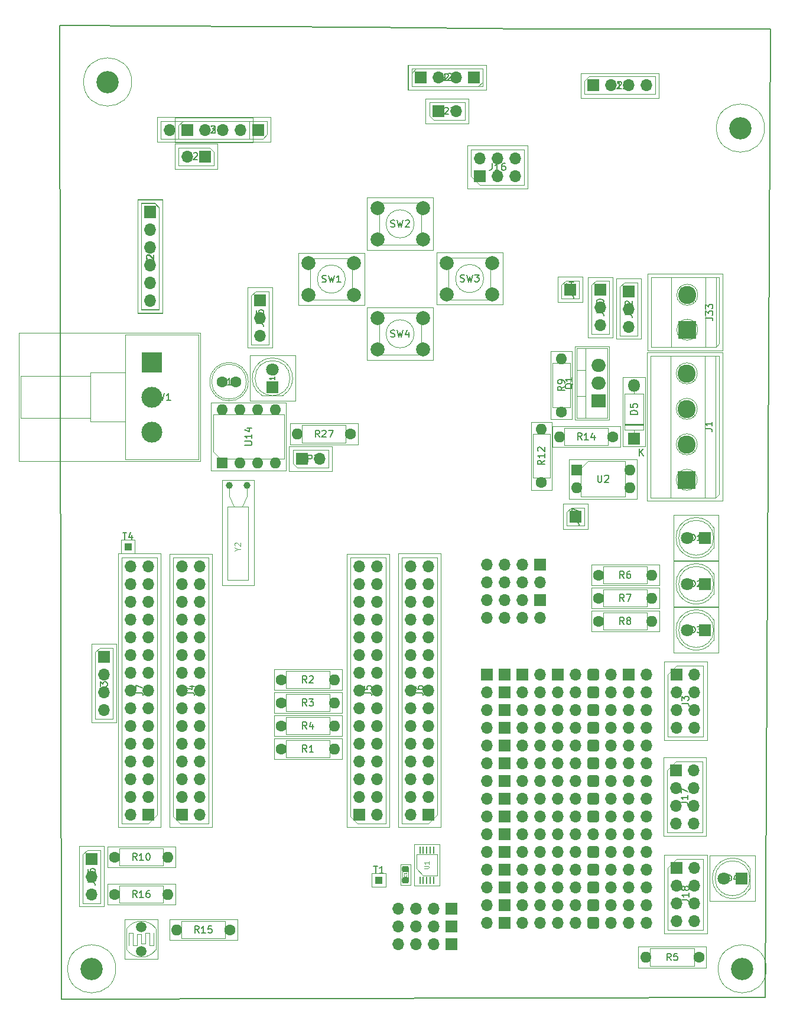
<source format=gbr>
%TF.GenerationSoftware,KiCad,Pcbnew,8.0.1*%
%TF.CreationDate,2024-10-06T15:48:25+02:00*%
%TF.ProjectId,CREPP.io,43524550-502e-4696-9f2e-6b696361645f,rev?*%
%TF.SameCoordinates,Original*%
%TF.FileFunction,Soldermask,Top*%
%TF.FilePolarity,Negative*%
%FSLAX46Y46*%
G04 Gerber Fmt 4.6, Leading zero omitted, Abs format (unit mm)*
G04 Created by KiCad (PCBNEW 8.0.1) date 2024-10-06 15:48:25*
%MOMM*%
%LPD*%
G01*
G04 APERTURE LIST*
G04 Aperture macros list*
%AMRoundRect*
0 Rectangle with rounded corners*
0 $1 Rounding radius*
0 $2 $3 $4 $5 $6 $7 $8 $9 X,Y pos of 4 corners*
0 Add a 4 corners polygon primitive as box body*
4,1,4,$2,$3,$4,$5,$6,$7,$8,$9,$2,$3,0*
0 Add four circle primitives for the rounded corners*
1,1,$1+$1,$2,$3*
1,1,$1+$1,$4,$5*
1,1,$1+$1,$6,$7*
1,1,$1+$1,$8,$9*
0 Add four rect primitives between the rounded corners*
20,1,$1+$1,$2,$3,$4,$5,0*
20,1,$1+$1,$4,$5,$6,$7,0*
20,1,$1+$1,$6,$7,$8,$9,0*
20,1,$1+$1,$8,$9,$2,$3,0*%
%AMFreePoly0*
4,1,25,-0.850000,0.425000,-0.829199,0.556332,-0.768832,0.674809,-0.674809,0.768832,-0.556332,0.829199,-0.425000,0.850000,0.425000,0.850000,0.556332,0.829199,0.674809,0.768832,0.768832,0.674809,0.829199,0.556332,0.850000,0.425000,0.850000,-0.425000,0.829199,-0.556332,0.768832,-0.674809,0.674809,-0.768832,0.556332,-0.829199,0.425000,-0.850000,-0.425000,-0.850000,-0.556332,-0.829199,
-0.674809,-0.768832,-0.768832,-0.674809,-0.829199,-0.556332,-0.850000,-0.425000,-0.850000,0.425000,-0.850000,0.425000,$1*%
G04 Aperture macros list end*
%ADD10C,1.600000*%
%ADD11O,1.600000X1.600000*%
%ADD12R,1.700000X1.700000*%
%ADD13O,1.700000X1.700000*%
%ADD14R,3.000000X3.000000*%
%ADD15C,3.000000*%
%ADD16R,1.800000X1.800000*%
%ADD17C,1.800000*%
%ADD18C,2.000000*%
%ADD19C,3.200000*%
%ADD20R,2.600000X2.600000*%
%ADD21C,2.600000*%
%ADD22R,1.000000X1.000000*%
%ADD23R,1.600000X1.600000*%
%ADD24O,1.800000X1.800000*%
%ADD25R,0.250000X1.100000*%
%ADD26FreePoly0,0.000000*%
%ADD27C,1.000000*%
%ADD28R,2.000000X1.905000*%
%ADD29O,2.000000X1.905000*%
%ADD30RoundRect,0.225000X-0.250000X0.225000X-0.250000X-0.225000X0.250000X-0.225000X0.250000X0.225000X0*%
%ADD31C,1.500000*%
%ADD32C,0.050000*%
%ADD33C,0.150000*%
%ADD34C,0.200000*%
%ADD35C,0.100000*%
%ADD36C,0.120000*%
%ADD37C,0.060000*%
%TA.AperFunction,Profile*%
%ADD38C,0.200000*%
%TD*%
G04 APERTURE END LIST*
D10*
%TO.C,R7*%
X121970800Y-113182400D03*
D11*
X129590800Y-113182400D03*
%TD*%
D12*
%TO.C,J25*%
X57733800Y-57835400D03*
D13*
X57733800Y-60375400D03*
X57733800Y-62915400D03*
X57733800Y-65455400D03*
X57733800Y-67995400D03*
X57733800Y-70535400D03*
%TD*%
D14*
%TO.C,RV1*%
X57962800Y-79400400D03*
D15*
X57962800Y-84400400D03*
X57962800Y-89400400D03*
%TD*%
D12*
%TO.C,J20*%
X100888800Y-162712400D03*
D13*
X98348800Y-162712400D03*
X95808800Y-162712400D03*
X93268800Y-162712400D03*
%TD*%
D12*
%TO.C,J30*%
X122224800Y-69001400D03*
D13*
X122224800Y-71541400D03*
X122224800Y-74081400D03*
%TD*%
D12*
%TO.C,J13*%
X113588800Y-108356400D03*
D13*
X113588800Y-110896400D03*
X111048800Y-108356400D03*
X111048800Y-110896400D03*
X108508800Y-108356400D03*
X108508800Y-110896400D03*
X105968800Y-108356400D03*
X105968800Y-110896400D03*
%TD*%
D16*
%TO.C,D3*%
X137210800Y-117754400D03*
D17*
X134670800Y-117754400D03*
%TD*%
D18*
%TO.C,SW4*%
X90272800Y-73086400D03*
X96772800Y-73086400D03*
X90272800Y-77586400D03*
X96772800Y-77586400D03*
%TD*%
D12*
%TO.C,J4*%
X62280800Y-144170400D03*
D13*
X64820800Y-144170400D03*
X62280800Y-141630400D03*
X64820800Y-141630400D03*
X62280800Y-139090400D03*
X64820800Y-139090400D03*
X62280800Y-136550400D03*
X64820800Y-136550400D03*
X62280800Y-134010400D03*
X64820800Y-134010400D03*
X62280800Y-131470400D03*
X64820800Y-131470400D03*
X62280800Y-128930400D03*
X64820800Y-128930400D03*
X62280800Y-126390400D03*
X64820800Y-126390400D03*
X62280800Y-123850400D03*
X64820800Y-123850400D03*
X62280800Y-121310400D03*
X64820800Y-121310400D03*
X62280800Y-118770400D03*
X64820800Y-118770400D03*
X62280800Y-116230400D03*
X64820800Y-116230400D03*
X62280800Y-113690400D03*
X64820800Y-113690400D03*
X62280800Y-111150400D03*
X64820800Y-111150400D03*
X62280800Y-108610400D03*
X64820800Y-108610400D03*
%TD*%
D12*
%TO.C,J15*%
X113588800Y-113436400D03*
D13*
X113588800Y-115976400D03*
X111048800Y-113436400D03*
X111048800Y-115976400D03*
X108508800Y-113436400D03*
X108508800Y-115976400D03*
X105968800Y-113436400D03*
X105968800Y-115976400D03*
%TD*%
D10*
%TO.C,R27*%
X86410800Y-89687400D03*
D11*
X78790800Y-89687400D03*
%TD*%
D12*
%TO.C,J19*%
X100888800Y-157632400D03*
D13*
X98348800Y-157632400D03*
X95808800Y-157632400D03*
X93268800Y-157632400D03*
%TD*%
D12*
%TO.C,J16*%
X104952800Y-52730400D03*
D13*
X104952800Y-50190400D03*
X107492800Y-52730400D03*
X107492800Y-50190400D03*
X110032800Y-52730400D03*
X110032800Y-50190400D03*
%TD*%
D12*
%TO.C,J22*%
X121218800Y-39751400D03*
D13*
X123758800Y-39751400D03*
X126298800Y-39751400D03*
X128838800Y-39751400D03*
%TD*%
D12*
%TO.C,J6*%
X97586800Y-144170400D03*
D13*
X95046800Y-144170400D03*
X97586800Y-141630400D03*
X95046800Y-141630400D03*
X97586800Y-139090400D03*
X95046800Y-139090400D03*
X97586800Y-136550400D03*
X95046800Y-136550400D03*
X97586800Y-134010400D03*
X95046800Y-134010400D03*
X97586800Y-131470400D03*
X95046800Y-131470400D03*
X97586800Y-128930400D03*
X95046800Y-128930400D03*
X97586800Y-126390400D03*
X95046800Y-126390400D03*
X97586800Y-123850400D03*
X95046800Y-123850400D03*
X97586800Y-121310400D03*
X95046800Y-121310400D03*
X97586800Y-118770400D03*
X95046800Y-118770400D03*
X97586800Y-116230400D03*
X95046800Y-116230400D03*
X97586800Y-113690400D03*
X95046800Y-113690400D03*
X97586800Y-111150400D03*
X95046800Y-111150400D03*
X97586800Y-108610400D03*
X95046800Y-108610400D03*
%TD*%
D19*
%TO.C,H1*%
X142290800Y-45872400D03*
%TD*%
D12*
%TO.C,J7*%
X57454800Y-144170400D03*
D13*
X54914800Y-144170400D03*
X57454800Y-141630400D03*
X54914800Y-141630400D03*
X57454800Y-139090400D03*
X54914800Y-139090400D03*
X57454800Y-136550400D03*
X54914800Y-136550400D03*
X57454800Y-134010400D03*
X54914800Y-134010400D03*
X57454800Y-131470400D03*
X54914800Y-131470400D03*
X57454800Y-128930400D03*
X54914800Y-128930400D03*
X57454800Y-126390400D03*
X54914800Y-126390400D03*
X57454800Y-123850400D03*
X54914800Y-123850400D03*
X57454800Y-121310400D03*
X54914800Y-121310400D03*
X57454800Y-118770400D03*
X54914800Y-118770400D03*
X57454800Y-116230400D03*
X54914800Y-116230400D03*
X57454800Y-113690400D03*
X54914800Y-113690400D03*
X57454800Y-111150400D03*
X54914800Y-111150400D03*
X57454800Y-108610400D03*
X54914800Y-108610400D03*
%TD*%
D19*
%TO.C,H4*%
X142544800Y-166268400D03*
%TD*%
%TO.C,H2*%
X51612800Y-39268400D03*
%TD*%
D12*
%TO.C,JP7*%
X79425800Y-93243400D03*
D13*
X81965800Y-93243400D03*
%TD*%
D20*
%TO.C,J33*%
X134670800Y-74748400D03*
D21*
X134670800Y-69748400D03*
%TD*%
D18*
%TO.C,SW2*%
X90272800Y-57338400D03*
X96772800Y-57338400D03*
X90272800Y-61838400D03*
X96772800Y-61838400D03*
%TD*%
D10*
%TO.C,R1*%
X76504800Y-134772400D03*
D11*
X84124800Y-134772400D03*
%TD*%
D12*
%TO.C,J23*%
X96443800Y-38633400D03*
D13*
X98983800Y-38633400D03*
X101523800Y-38633400D03*
X104063800Y-38633400D03*
%TD*%
D22*
%TO.C,T1*%
X90474800Y-153568400D03*
%TD*%
D16*
%TO.C,D1*%
X137210800Y-104546400D03*
D17*
X134670800Y-104546400D03*
%TD*%
D12*
%TO.C,J21*%
X100888800Y-160172400D03*
D13*
X98348800Y-160172400D03*
X95808800Y-160172400D03*
X93268800Y-160172400D03*
%TD*%
D23*
%TO.C,U2*%
X118790800Y-94862400D03*
D11*
X118790800Y-97402400D03*
X126410800Y-97402400D03*
X126410800Y-94862400D03*
%TD*%
D12*
%TO.C,J35*%
X51104800Y-121574400D03*
D13*
X51104800Y-124114400D03*
X51104800Y-126654400D03*
X51104800Y-129194400D03*
%TD*%
D12*
%TO.C,J12*%
X105968800Y-124104400D03*
X108508800Y-124104400D03*
D13*
X105968800Y-126644400D03*
D12*
X108508800Y-126644400D03*
D13*
X105968800Y-129184400D03*
D12*
X108508800Y-129184400D03*
D13*
X105968800Y-131724400D03*
D12*
X108508800Y-131724400D03*
D13*
X105968800Y-134264400D03*
D12*
X108508800Y-134264400D03*
D13*
X105968800Y-136804400D03*
D12*
X108508800Y-136804400D03*
D13*
X105968800Y-139344400D03*
D12*
X108508800Y-139344400D03*
D13*
X105968800Y-141884400D03*
D12*
X108508800Y-141884400D03*
D13*
X105968800Y-144424400D03*
D12*
X108508800Y-144424400D03*
D13*
X105968800Y-146964400D03*
D12*
X108508800Y-146964400D03*
D13*
X105968800Y-149504400D03*
D12*
X108508800Y-149504400D03*
D13*
X105968800Y-152044400D03*
D12*
X108508800Y-152044400D03*
D13*
X105968800Y-154584400D03*
D12*
X108508800Y-154584400D03*
D13*
X105968800Y-157124400D03*
D12*
X108508800Y-157124400D03*
D13*
X105968800Y-159664400D03*
D12*
X108508800Y-159664400D03*
%TD*%
%TO.C,J5*%
X87680800Y-144170400D03*
D13*
X90220800Y-144170400D03*
X87680800Y-141630400D03*
X90220800Y-141630400D03*
X87680800Y-139090400D03*
X90220800Y-139090400D03*
X87680800Y-136550400D03*
X90220800Y-136550400D03*
X87680800Y-134010400D03*
X90220800Y-134010400D03*
X87680800Y-131470400D03*
X90220800Y-131470400D03*
X87680800Y-128930400D03*
X90220800Y-128930400D03*
X87680800Y-126390400D03*
X90220800Y-126390400D03*
X87680800Y-123850400D03*
X90220800Y-123850400D03*
X87680800Y-121310400D03*
X90220800Y-121310400D03*
X87680800Y-118770400D03*
X90220800Y-118770400D03*
X87680800Y-116230400D03*
X90220800Y-116230400D03*
X87680800Y-113690400D03*
X90220800Y-113690400D03*
X87680800Y-111150400D03*
X90220800Y-111150400D03*
X87680800Y-108610400D03*
X90220800Y-108610400D03*
%TD*%
D18*
%TO.C,SW3*%
X100230800Y-65176400D03*
X106730800Y-65176400D03*
X100230800Y-69676400D03*
X106730800Y-69676400D03*
%TD*%
D16*
%TO.C,D12*%
X75234800Y-82956400D03*
D17*
X75234800Y-80416400D03*
%TD*%
D16*
%TO.C,D5*%
X127050800Y-90322400D03*
D24*
X127050800Y-82702400D03*
%TD*%
D10*
%TO.C,R2*%
X76504800Y-124866400D03*
D11*
X84124800Y-124866400D03*
%TD*%
D12*
%TO.C,J8*%
X126288800Y-124104400D03*
D13*
X128828800Y-124104400D03*
X126288800Y-126644400D03*
X128828800Y-126644400D03*
X126288800Y-129184400D03*
X128828800Y-129184400D03*
X126288800Y-131724400D03*
X128828800Y-131724400D03*
X126288800Y-134264400D03*
X128828800Y-134264400D03*
X126288800Y-136804400D03*
X128828800Y-136804400D03*
X126288800Y-139344400D03*
X128828800Y-139344400D03*
X126288800Y-141884400D03*
X128828800Y-141884400D03*
X126288800Y-144424400D03*
X128828800Y-144424400D03*
X126288800Y-146964400D03*
X128828800Y-146964400D03*
X126288800Y-149504400D03*
X128828800Y-149504400D03*
X126288800Y-152044400D03*
X128828800Y-152044400D03*
X126288800Y-154584400D03*
X128828800Y-154584400D03*
X126288800Y-157124400D03*
X128828800Y-157124400D03*
X126288800Y-159664400D03*
X128828800Y-159664400D03*
%TD*%
D12*
%TO.C,J17*%
X133058800Y-137820400D03*
D13*
X135598800Y-137820400D03*
X133058800Y-140360400D03*
X135598800Y-140360400D03*
X133058800Y-142900400D03*
X135598800Y-142900400D03*
X133058800Y-145440400D03*
X135598800Y-145440400D03*
%TD*%
D12*
%TO.C,J3*%
X133146800Y-124104400D03*
D13*
X135686800Y-124104400D03*
X133146800Y-126644400D03*
X135686800Y-126644400D03*
X133146800Y-129184400D03*
X135686800Y-129184400D03*
X133146800Y-131724400D03*
X135686800Y-131724400D03*
%TD*%
D25*
%TO.C,U1*%
X96348800Y-153568400D03*
X96848800Y-153568400D03*
X97348800Y-153568400D03*
X97848800Y-153568400D03*
X98348800Y-153568400D03*
X98348800Y-149268400D03*
X97848800Y-149268400D03*
X97348800Y-149268400D03*
X96848800Y-149268400D03*
X96348800Y-149268400D03*
%TD*%
D12*
%TO.C,J29*%
X73202800Y-46126400D03*
D13*
X70662800Y-46126400D03*
X68122800Y-46126400D03*
X65582800Y-46126400D03*
X63042800Y-46126400D03*
X60502800Y-46126400D03*
%TD*%
D12*
%TO.C,J9*%
X111048800Y-124104400D03*
D13*
X113588800Y-124104400D03*
X111048800Y-126644400D03*
X113588800Y-126644400D03*
X111048800Y-129184400D03*
X113588800Y-129184400D03*
X111048800Y-131724400D03*
X113588800Y-131724400D03*
X111048800Y-134264400D03*
X113588800Y-134264400D03*
X111048800Y-136804400D03*
X113588800Y-136804400D03*
X111048800Y-139344400D03*
X113588800Y-139344400D03*
X111048800Y-141884400D03*
X113588800Y-141884400D03*
X111048800Y-144424400D03*
X113588800Y-144424400D03*
X111048800Y-146964400D03*
X113588800Y-146964400D03*
X111048800Y-149504400D03*
X113588800Y-149504400D03*
X111048800Y-152044400D03*
X113588800Y-152044400D03*
X111048800Y-154584400D03*
X113588800Y-154584400D03*
X111048800Y-157124400D03*
X113588800Y-157124400D03*
X111048800Y-159664400D03*
X113588800Y-159664400D03*
%TD*%
D16*
%TO.C,D4*%
X142417800Y-153314400D03*
D17*
X139877800Y-153314400D03*
%TD*%
D12*
%TO.C,J36*%
X73456800Y-70510400D03*
D13*
X73456800Y-73050400D03*
X73456800Y-75590400D03*
%TD*%
D10*
%TO.C,R3*%
X76504800Y-128168400D03*
D11*
X84124800Y-128168400D03*
%TD*%
D10*
%TO.C,R5*%
X136321800Y-164617400D03*
D11*
X128701800Y-164617400D03*
%TD*%
D12*
%TO.C,J24*%
X57708800Y-57937400D03*
D13*
X57708800Y-60477400D03*
X57708800Y-63017400D03*
X57708800Y-65557400D03*
X57708800Y-68097400D03*
X57708800Y-70637400D03*
%TD*%
D12*
%TO.C,J26*%
X49326800Y-150520400D03*
D13*
X49326800Y-153060400D03*
X49326800Y-155600400D03*
%TD*%
D12*
%TO.C,J37*%
X118668800Y-101498400D03*
%TD*%
%TO.C,J31*%
X63042800Y-46126400D03*
D13*
X65582800Y-46126400D03*
X68122800Y-46126400D03*
X70662800Y-46126400D03*
%TD*%
D10*
%TO.C,R16*%
X52628800Y-155600400D03*
D11*
X60248800Y-155600400D03*
%TD*%
D10*
%TO.C,R15*%
X69138800Y-160680400D03*
D11*
X61518800Y-160680400D03*
%TD*%
D26*
%TO.C,J11*%
X121208800Y-124104400D03*
D13*
X123748800Y-124104400D03*
D26*
X121208800Y-126644400D03*
D13*
X123748800Y-126644400D03*
D26*
X121208800Y-129184400D03*
D13*
X123748800Y-129184400D03*
D26*
X121208800Y-131724400D03*
D13*
X123748800Y-131724400D03*
D26*
X121208800Y-134264400D03*
D13*
X123748800Y-134264400D03*
D26*
X121208800Y-136804400D03*
D13*
X123748800Y-136804400D03*
D26*
X121208800Y-139344400D03*
D13*
X123748800Y-139344400D03*
D26*
X121208800Y-141884400D03*
D13*
X123748800Y-141884400D03*
D26*
X121208800Y-144424400D03*
D13*
X123748800Y-144424400D03*
X121208800Y-146964400D03*
X123748800Y-146964400D03*
D26*
X121208800Y-149504400D03*
D13*
X123748800Y-149504400D03*
D26*
X121208800Y-152044400D03*
D13*
X123748800Y-152044400D03*
D26*
X121208800Y-154584400D03*
D13*
X123748800Y-154584400D03*
D26*
X121208800Y-157124400D03*
D13*
X123748800Y-157124400D03*
D26*
X121208800Y-159664400D03*
D13*
X123748800Y-159664400D03*
%TD*%
D10*
%TO.C,R12*%
X113770800Y-96632400D03*
D11*
X113770800Y-89012400D03*
%TD*%
D19*
%TO.C,H3*%
X49326800Y-166268400D03*
%TD*%
D20*
%TO.C,J1*%
X134600800Y-96242400D03*
D21*
X134600800Y-91162400D03*
X134600800Y-86082400D03*
X134600800Y-81002400D03*
%TD*%
D10*
%TO.C,C17*%
X70011800Y-82194400D03*
X68011800Y-82194400D03*
%TD*%
D12*
%TO.C,J32*%
X126288800Y-69240400D03*
D13*
X126288800Y-71780400D03*
X126288800Y-74320400D03*
%TD*%
D10*
%TO.C,R6*%
X121970800Y-109880400D03*
D11*
X129590800Y-109880400D03*
%TD*%
D10*
%TO.C,R8*%
X121970800Y-116484400D03*
D11*
X129590800Y-116484400D03*
%TD*%
D12*
%TO.C,J10*%
X116128800Y-124104400D03*
D13*
X118668800Y-124104400D03*
X116128800Y-126644400D03*
X118668800Y-126644400D03*
X116128800Y-129184400D03*
X118668800Y-129184400D03*
X116128800Y-131724400D03*
X118668800Y-131724400D03*
X116128800Y-134264400D03*
X118668800Y-134264400D03*
X116128800Y-136804400D03*
X118668800Y-136804400D03*
X116128800Y-139344400D03*
X118668800Y-139344400D03*
X116128800Y-141884400D03*
X118668800Y-141884400D03*
X116128800Y-144424400D03*
X118668800Y-144424400D03*
X116128800Y-146964400D03*
X118668800Y-146964400D03*
X116128800Y-149504400D03*
X118668800Y-149504400D03*
X116128800Y-152044400D03*
X118668800Y-152044400D03*
X116128800Y-154584400D03*
X118668800Y-154584400D03*
X116128800Y-157124400D03*
X118668800Y-157124400D03*
X116128800Y-159664400D03*
X118668800Y-159664400D03*
%TD*%
D12*
%TO.C,J27*%
X98983800Y-43459400D03*
D13*
X101523800Y-43459400D03*
%TD*%
D27*
%TO.C,Y2*%
X69011800Y-97053400D03*
X71551800Y-97053400D03*
%TD*%
D28*
%TO.C,Q1*%
X122000800Y-84912400D03*
D29*
X122000800Y-82372400D03*
X122000800Y-79832400D03*
%TD*%
D18*
%TO.C,SW1*%
X80418800Y-65248400D03*
X86918800Y-65248400D03*
X80418800Y-69748400D03*
X86918800Y-69748400D03*
%TD*%
D12*
%TO.C,J18*%
X133146800Y-151790400D03*
D13*
X135686800Y-151790400D03*
X133146800Y-154330400D03*
X135686800Y-154330400D03*
X133146800Y-156870400D03*
X135686800Y-156870400D03*
X133146800Y-159410400D03*
X135686800Y-159410400D03*
%TD*%
D30*
%TO.C,C1*%
X94284800Y-152018400D03*
X94284800Y-153568400D03*
%TD*%
D12*
%TO.C,J14*%
X121218800Y-39751400D03*
D13*
X123758800Y-39751400D03*
X126298800Y-39751400D03*
X128838800Y-39751400D03*
%TD*%
D12*
%TO.C,J28*%
X65582800Y-49936400D03*
D13*
X63042800Y-49936400D03*
%TD*%
D31*
%TO.C,R11*%
X56438800Y-160328400D03*
X56438800Y-163728400D03*
%TD*%
D12*
%TO.C,J34*%
X117906800Y-68986400D03*
%TD*%
D10*
%TO.C,R4*%
X76504800Y-131470400D03*
D11*
X84124800Y-131470400D03*
%TD*%
D16*
%TO.C,D2*%
X137210800Y-111150400D03*
D17*
X134670800Y-111150400D03*
%TD*%
D10*
%TO.C,R9*%
X116636800Y-86512400D03*
D11*
X116636800Y-78892400D03*
%TD*%
D10*
%TO.C,R14*%
X124002800Y-90068400D03*
D11*
X116382800Y-90068400D03*
%TD*%
D10*
%TO.C,R10*%
X52628800Y-150266400D03*
D11*
X60248800Y-150266400D03*
%TD*%
D22*
%TO.C,T4*%
X54533800Y-105816400D03*
%TD*%
D23*
%TO.C,U14*%
X68005800Y-93868400D03*
D11*
X70545800Y-93868400D03*
X73085800Y-93868400D03*
X75625800Y-93868400D03*
X75625800Y-86248400D03*
X73085800Y-86248400D03*
X70545800Y-86248400D03*
X68005800Y-86248400D03*
%TD*%
D12*
%TO.C,J2*%
X104063800Y-38633400D03*
D13*
X101523800Y-38633400D03*
X98983800Y-38633400D03*
X96443800Y-38633400D03*
%TD*%
D32*
%TO.C,R7*%
X120920800Y-111682400D02*
X120920800Y-114682400D01*
X120920800Y-114682400D02*
X130640800Y-114682400D01*
X130640800Y-111682400D02*
X120920800Y-111682400D01*
X130640800Y-114682400D02*
X130640800Y-111682400D01*
%TO.C,J25*%
X55933800Y-56035400D02*
X59483800Y-56035400D01*
X55933800Y-72285400D02*
X55933800Y-56035400D01*
X59483800Y-56035400D02*
X59483800Y-72285400D01*
X59483800Y-72285400D02*
X55933800Y-72285400D01*
%TO.C,RV1*%
X38912800Y-75200400D02*
X38912800Y-93600400D01*
X38912800Y-93600400D02*
X64912800Y-93600400D01*
X64912800Y-75200400D02*
X38912800Y-75200400D01*
X64912800Y-93600400D02*
X64912800Y-75200400D01*
%TO.C,J30*%
X120424800Y-67201400D02*
X120424800Y-75851400D01*
X120424800Y-75851400D02*
X124024800Y-75851400D01*
X124024800Y-67201400D02*
X120424800Y-67201400D01*
X124024800Y-75851400D02*
X124024800Y-67201400D01*
%TO.C,D3*%
X132710800Y-114504400D02*
X132710800Y-121004400D01*
X132710800Y-121004400D02*
X139160800Y-121004400D01*
X139160800Y-114504400D02*
X132710800Y-114504400D01*
X139160800Y-121004400D02*
X139160800Y-114504400D01*
%TO.C,SW4*%
X88772800Y-71586400D02*
X89022800Y-71586400D01*
X88772800Y-71836400D02*
X88772800Y-71586400D01*
X88772800Y-78836400D02*
X88772800Y-71836400D01*
X88772800Y-78836400D02*
X88772800Y-79086400D01*
X88772800Y-79086400D02*
X89022800Y-79086400D01*
X89022800Y-71586400D02*
X98022800Y-71586400D01*
X98022800Y-71586400D02*
X98272800Y-71586400D01*
X98022800Y-79086400D02*
X89022800Y-79086400D01*
X98022800Y-79086400D02*
X98272800Y-79086400D01*
X98272800Y-71586400D02*
X98272800Y-71836400D01*
X98272800Y-71836400D02*
X98272800Y-78836400D01*
X98272800Y-79086400D02*
X98272800Y-78836400D01*
%TO.C,J4*%
X60520800Y-106870400D02*
X66620800Y-106870400D01*
X60520800Y-145970400D02*
X60520800Y-106870400D01*
X66620800Y-106870400D02*
X66620800Y-145970400D01*
X66620800Y-145970400D02*
X60520800Y-145970400D01*
%TO.C,R27*%
X77740800Y-88187400D02*
X77740800Y-91187400D01*
X77740800Y-91187400D02*
X87460800Y-91187400D01*
X87460800Y-88187400D02*
X77740800Y-88187400D01*
X87460800Y-91187400D02*
X87460800Y-88187400D01*
%TO.C,J16*%
X103152800Y-48380400D02*
X103152800Y-54530400D01*
X103152800Y-54530400D02*
X111802800Y-54530400D01*
X111802800Y-48380400D02*
X103152800Y-48380400D01*
X111802800Y-54530400D02*
X111802800Y-48380400D01*
%TO.C,J22*%
X119418800Y-38001400D02*
X130618800Y-38001400D01*
X119418800Y-41551400D02*
X119418800Y-38001400D01*
X130618800Y-38001400D02*
X130618800Y-41551400D01*
X130618800Y-41551400D02*
X119418800Y-41551400D01*
%TO.C,J6*%
X93236800Y-106820400D02*
X93236800Y-145970400D01*
X93236800Y-145970400D02*
X99386800Y-145970400D01*
X99386800Y-106820400D02*
X93236800Y-106820400D01*
X99386800Y-145970400D02*
X99386800Y-106820400D01*
%TO.C,H1*%
X145740800Y-45872400D02*
G75*
G02*
X138840800Y-45872400I-3450000J0D01*
G01*
X138840800Y-45872400D02*
G75*
G02*
X145740800Y-45872400I3450000J0D01*
G01*
%TO.C,J7*%
X53104800Y-106820400D02*
X53104800Y-145970400D01*
X53104800Y-145970400D02*
X59254800Y-145970400D01*
X59254800Y-106820400D02*
X53104800Y-106820400D01*
X59254800Y-145970400D02*
X59254800Y-106820400D01*
%TO.C,H4*%
X145994800Y-166268400D02*
G75*
G02*
X139094800Y-166268400I-3450000J0D01*
G01*
X139094800Y-166268400D02*
G75*
G02*
X145994800Y-166268400I3450000J0D01*
G01*
%TO.C,H2*%
X55062800Y-39268400D02*
G75*
G02*
X48162800Y-39268400I-3450000J0D01*
G01*
X48162800Y-39268400D02*
G75*
G02*
X55062800Y-39268400I3450000J0D01*
G01*
%TO.C,JP7*%
X77625800Y-91443400D02*
X77625800Y-95043400D01*
X77625800Y-95043400D02*
X83775800Y-95043400D01*
X83775800Y-91443400D02*
X77625800Y-91443400D01*
X83775800Y-95043400D02*
X83775800Y-91443400D01*
%TO.C,J33*%
X128960800Y-66748400D02*
X128960800Y-77748400D01*
X128960800Y-77748400D02*
X139770800Y-77748400D01*
X139770800Y-66748400D02*
X128960800Y-66748400D01*
X139770800Y-77748400D02*
X139770800Y-66748400D01*
%TO.C,SW2*%
X88772800Y-55838400D02*
X89022800Y-55838400D01*
X88772800Y-56088400D02*
X88772800Y-55838400D01*
X88772800Y-63088400D02*
X88772800Y-56088400D01*
X88772800Y-63088400D02*
X88772800Y-63338400D01*
X88772800Y-63338400D02*
X89022800Y-63338400D01*
X89022800Y-55838400D02*
X98022800Y-55838400D01*
X98022800Y-55838400D02*
X98272800Y-55838400D01*
X98022800Y-63338400D02*
X89022800Y-63338400D01*
X98022800Y-63338400D02*
X98272800Y-63338400D01*
X98272800Y-55838400D02*
X98272800Y-56088400D01*
X98272800Y-56088400D02*
X98272800Y-63088400D01*
X98272800Y-63338400D02*
X98272800Y-63088400D01*
%TO.C,R1*%
X75454800Y-133272400D02*
X75454800Y-136272400D01*
X75454800Y-136272400D02*
X85174800Y-136272400D01*
X85174800Y-133272400D02*
X75454800Y-133272400D01*
X85174800Y-136272400D02*
X85174800Y-133272400D01*
%TO.C,J23*%
X94643800Y-36883400D02*
X105843800Y-36883400D01*
X94643800Y-40433400D02*
X94643800Y-36883400D01*
X105843800Y-36883400D02*
X105843800Y-40433400D01*
X105843800Y-40433400D02*
X94643800Y-40433400D01*
%TO.C,T1*%
X89474800Y-152568400D02*
X89474800Y-154568400D01*
X89474800Y-152568400D02*
X91474800Y-152568400D01*
X91474800Y-154568400D02*
X89474800Y-154568400D01*
X91474800Y-154568400D02*
X91474800Y-152568400D01*
%TO.C,D1*%
X132710800Y-101296400D02*
X132710800Y-107796400D01*
X132710800Y-107796400D02*
X139160800Y-107796400D01*
X139160800Y-101296400D02*
X132710800Y-101296400D01*
X139160800Y-107796400D02*
X139160800Y-101296400D01*
%TO.C,U2*%
X117690800Y-93312400D02*
X117690800Y-98962400D01*
X117690800Y-98962400D02*
X127490800Y-98962400D01*
X127490800Y-93312400D02*
X117690800Y-93312400D01*
X127490800Y-98962400D02*
X127490800Y-93312400D01*
%TO.C,J35*%
X49304800Y-119774400D02*
X49304800Y-130974400D01*
X49304800Y-130974400D02*
X52904800Y-130974400D01*
X52904800Y-119774400D02*
X49304800Y-119774400D01*
X52904800Y-130974400D02*
X52904800Y-119774400D01*
%TO.C,J5*%
X85920800Y-106870400D02*
X92020800Y-106870400D01*
X85920800Y-145970400D02*
X85920800Y-106870400D01*
X92020800Y-106870400D02*
X92020800Y-145970400D01*
X92020800Y-145970400D02*
X85920800Y-145970400D01*
%TO.C,SW3*%
X98730800Y-63676400D02*
X98980800Y-63676400D01*
X98730800Y-63926400D02*
X98730800Y-63676400D01*
X98730800Y-70926400D02*
X98730800Y-63926400D01*
X98730800Y-70926400D02*
X98730800Y-71176400D01*
X98730800Y-71176400D02*
X98980800Y-71176400D01*
X98980800Y-63676400D02*
X107980800Y-63676400D01*
X107980800Y-63676400D02*
X108230800Y-63676400D01*
X107980800Y-71176400D02*
X98980800Y-71176400D01*
X107980800Y-71176400D02*
X108230800Y-71176400D01*
X108230800Y-63676400D02*
X108230800Y-63926400D01*
X108230800Y-63926400D02*
X108230800Y-70926400D01*
X108230800Y-71176400D02*
X108230800Y-70926400D01*
%TO.C,D12*%
X71984800Y-78456400D02*
X71984800Y-84906400D01*
X71984800Y-84906400D02*
X78484800Y-84906400D01*
X78484800Y-78456400D02*
X71984800Y-78456400D01*
X78484800Y-84906400D02*
X78484800Y-78456400D01*
%TO.C,D5*%
X125450800Y-81552400D02*
X125450800Y-91472400D01*
X125450800Y-91472400D02*
X128650800Y-91472400D01*
X128650800Y-81552400D02*
X125450800Y-81552400D01*
X128650800Y-91472400D02*
X128650800Y-81552400D01*
%TO.C,R2*%
X75454800Y-123366400D02*
X75454800Y-126366400D01*
X75454800Y-126366400D02*
X85174800Y-126366400D01*
X85174800Y-123366400D02*
X75454800Y-123366400D01*
X85174800Y-126366400D02*
X85174800Y-123366400D01*
%TO.C,J17*%
X131258800Y-136020400D02*
X131258800Y-147220400D01*
X131258800Y-147220400D02*
X137408800Y-147220400D01*
X137408800Y-136020400D02*
X131258800Y-136020400D01*
X137408800Y-147220400D02*
X137408800Y-136020400D01*
%TO.C,J3*%
X131346800Y-122304400D02*
X131346800Y-133504400D01*
X131346800Y-133504400D02*
X137496800Y-133504400D01*
X137496800Y-122304400D02*
X131346800Y-122304400D01*
X137496800Y-133504400D02*
X137496800Y-122304400D01*
%TO.C,U1*%
X95548800Y-148468400D02*
X99148800Y-148468400D01*
X95548800Y-154368400D02*
X95548800Y-148468400D01*
X95548800Y-154368400D02*
X99148800Y-154368400D01*
X99148800Y-154368400D02*
X99148800Y-148468400D01*
%TO.C,J29*%
X58752800Y-44326400D02*
X75002800Y-44326400D01*
X58752800Y-47876400D02*
X58752800Y-44326400D01*
X75002800Y-44326400D02*
X75002800Y-47876400D01*
X75002800Y-47876400D02*
X58752800Y-47876400D01*
%TO.C,D4*%
X137917800Y-150064400D02*
X137917800Y-156564400D01*
X137917800Y-156564400D02*
X144367800Y-156564400D01*
X144367800Y-150064400D02*
X137917800Y-150064400D01*
X144367800Y-156564400D02*
X144367800Y-150064400D01*
%TO.C,J36*%
X71656800Y-68710400D02*
X71656800Y-77360400D01*
X71656800Y-77360400D02*
X75256800Y-77360400D01*
X75256800Y-68710400D02*
X71656800Y-68710400D01*
X75256800Y-77360400D02*
X75256800Y-68710400D01*
%TO.C,R3*%
X75454800Y-126668400D02*
X75454800Y-129668400D01*
X75454800Y-129668400D02*
X85174800Y-129668400D01*
X85174800Y-126668400D02*
X75454800Y-126668400D01*
X85174800Y-129668400D02*
X85174800Y-126668400D01*
%TO.C,R5*%
X127651800Y-163117400D02*
X127651800Y-166117400D01*
X127651800Y-166117400D02*
X137371800Y-166117400D01*
X137371800Y-163117400D02*
X127651800Y-163117400D01*
X137371800Y-166117400D02*
X137371800Y-163117400D01*
%TO.C,J24*%
X55908800Y-56137400D02*
X59458800Y-56137400D01*
X55908800Y-72387400D02*
X55908800Y-56137400D01*
X59458800Y-56137400D02*
X59458800Y-72387400D01*
X59458800Y-72387400D02*
X55908800Y-72387400D01*
%TO.C,J26*%
X47526800Y-148720400D02*
X47526800Y-157370400D01*
X47526800Y-157370400D02*
X51126800Y-157370400D01*
X51126800Y-148720400D02*
X47526800Y-148720400D01*
X51126800Y-157370400D02*
X51126800Y-148720400D01*
%TO.C,J37*%
X116868800Y-99698400D02*
X116868800Y-103298400D01*
X116868800Y-103298400D02*
X120468800Y-103298400D01*
X120468800Y-99698400D02*
X116868800Y-99698400D01*
X120468800Y-103298400D02*
X120468800Y-99698400D01*
%TO.C,J31*%
X61242800Y-44376400D02*
X72442800Y-44376400D01*
X61242800Y-47926400D02*
X61242800Y-44376400D01*
X72442800Y-44376400D02*
X72442800Y-47926400D01*
X72442800Y-47926400D02*
X61242800Y-47926400D01*
%TO.C,R16*%
X51578800Y-154100400D02*
X51578800Y-157100400D01*
X51578800Y-157100400D02*
X61298800Y-157100400D01*
X61298800Y-154100400D02*
X51578800Y-154100400D01*
X61298800Y-157100400D02*
X61298800Y-154100400D01*
%TO.C,R15*%
X60468800Y-159180400D02*
X60468800Y-162180400D01*
X60468800Y-162180400D02*
X70188800Y-162180400D01*
X70188800Y-159180400D02*
X60468800Y-159180400D01*
X70188800Y-162180400D02*
X70188800Y-159180400D01*
%TO.C,R12*%
X112270800Y-87962400D02*
X112270800Y-97682400D01*
X112270800Y-97682400D02*
X115270800Y-97682400D01*
X115270800Y-87962400D02*
X112270800Y-87962400D01*
X115270800Y-97682400D02*
X115270800Y-87962400D01*
%TO.C,H3*%
X52776800Y-166268400D02*
G75*
G02*
X45876800Y-166268400I-3450000J0D01*
G01*
X45876800Y-166268400D02*
G75*
G02*
X52776800Y-166268400I3450000J0D01*
G01*
%TO.C,J1*%
X128890800Y-77962400D02*
X128890800Y-99282400D01*
X128890800Y-99282400D02*
X139700800Y-99282400D01*
X139700800Y-77962400D02*
X128890800Y-77962400D01*
X139700800Y-99282400D02*
X139700800Y-77962400D01*
%TO.C,C17*%
X71761800Y-82194400D02*
G75*
G02*
X66261800Y-82194400I-2750000J0D01*
G01*
X66261800Y-82194400D02*
G75*
G02*
X71761800Y-82194400I2750000J0D01*
G01*
%TO.C,J32*%
X124488800Y-67440400D02*
X124488800Y-76090400D01*
X124488800Y-76090400D02*
X128088800Y-76090400D01*
X128088800Y-67440400D02*
X124488800Y-67440400D01*
X128088800Y-76090400D02*
X128088800Y-67440400D01*
%TO.C,R6*%
X120920800Y-108380400D02*
X120920800Y-111380400D01*
X120920800Y-111380400D02*
X130640800Y-111380400D01*
X130640800Y-108380400D02*
X120920800Y-108380400D01*
X130640800Y-111380400D02*
X130640800Y-108380400D01*
%TO.C,R8*%
X120920800Y-114984400D02*
X120920800Y-117984400D01*
X120920800Y-117984400D02*
X130640800Y-117984400D01*
X130640800Y-114984400D02*
X120920800Y-114984400D01*
X130640800Y-117984400D02*
X130640800Y-114984400D01*
%TO.C,J27*%
X97183800Y-41659400D02*
X97183800Y-45259400D01*
X97183800Y-45259400D02*
X103333800Y-45259400D01*
X103333800Y-41659400D02*
X97183800Y-41659400D01*
X103333800Y-45259400D02*
X103333800Y-41659400D01*
%TO.C,Y2*%
X68011800Y-96253400D02*
X68011800Y-111353400D01*
X68011800Y-111353400D02*
X72611800Y-111353400D01*
X72611800Y-96253400D02*
X68011800Y-96253400D01*
X72611800Y-111353400D02*
X72611800Y-96253400D01*
%TO.C,Q1*%
X118600800Y-77122400D02*
X118600800Y-87622400D01*
X118600800Y-87622400D02*
X123510800Y-87622400D01*
X123510800Y-77122400D02*
X118600800Y-77122400D01*
X123510800Y-87622400D02*
X123510800Y-77122400D01*
%TO.C,SW1*%
X78918800Y-63748400D02*
X79168800Y-63748400D01*
X78918800Y-63998400D02*
X78918800Y-63748400D01*
X78918800Y-70998400D02*
X78918800Y-63998400D01*
X78918800Y-70998400D02*
X78918800Y-71248400D01*
X78918800Y-71248400D02*
X79168800Y-71248400D01*
X79168800Y-63748400D02*
X88168800Y-63748400D01*
X88168800Y-63748400D02*
X88418800Y-63748400D01*
X88168800Y-71248400D02*
X79168800Y-71248400D01*
X88168800Y-71248400D02*
X88418800Y-71248400D01*
X88418800Y-63748400D02*
X88418800Y-63998400D01*
X88418800Y-63998400D02*
X88418800Y-70998400D01*
X88418800Y-71248400D02*
X88418800Y-70998400D01*
%TO.C,J18*%
X131346800Y-149990400D02*
X131346800Y-161190400D01*
X131346800Y-161190400D02*
X137496800Y-161190400D01*
X137496800Y-149990400D02*
X131346800Y-149990400D01*
X137496800Y-161190400D02*
X137496800Y-149990400D01*
%TO.C,C1*%
X93554800Y-151313400D02*
X95014800Y-151313400D01*
X93554800Y-154273400D02*
X93554800Y-151313400D01*
X95014800Y-151313400D02*
X95014800Y-154273400D01*
X95014800Y-154273400D02*
X93554800Y-154273400D01*
%TO.C,J14*%
X119418800Y-38001400D02*
X130618800Y-38001400D01*
X119418800Y-41551400D02*
X119418800Y-38001400D01*
X130618800Y-38001400D02*
X130618800Y-41551400D01*
X130618800Y-41551400D02*
X119418800Y-41551400D01*
%TO.C,J28*%
X61232800Y-48136400D02*
X61232800Y-51736400D01*
X61232800Y-51736400D02*
X67382800Y-51736400D01*
X67382800Y-48136400D02*
X61232800Y-48136400D01*
X67382800Y-51736400D02*
X67382800Y-48136400D01*
%TO.C,R11*%
X54088800Y-164858400D02*
X54088800Y-159198400D01*
X54088800Y-164858400D02*
X58788800Y-164858400D01*
X58788800Y-159198400D02*
X54088800Y-159198400D01*
X58788800Y-159198400D02*
X58788800Y-164858400D01*
%TO.C,J34*%
X116106800Y-67186400D02*
X116106800Y-70786400D01*
X116106800Y-70786400D02*
X119706800Y-70786400D01*
X119706800Y-67186400D02*
X116106800Y-67186400D01*
X119706800Y-70786400D02*
X119706800Y-67186400D01*
%TO.C,R4*%
X75454800Y-129970400D02*
X75454800Y-132970400D01*
X75454800Y-132970400D02*
X85174800Y-132970400D01*
X85174800Y-129970400D02*
X75454800Y-129970400D01*
X85174800Y-132970400D02*
X85174800Y-129970400D01*
%TO.C,D2*%
X132710800Y-107900400D02*
X132710800Y-114400400D01*
X132710800Y-114400400D02*
X139160800Y-114400400D01*
X139160800Y-107900400D02*
X132710800Y-107900400D01*
X139160800Y-114400400D02*
X139160800Y-107900400D01*
%TO.C,R9*%
X115136800Y-77842400D02*
X115136800Y-87562400D01*
X115136800Y-87562400D02*
X118136800Y-87562400D01*
X118136800Y-77842400D02*
X115136800Y-77842400D01*
X118136800Y-87562400D02*
X118136800Y-77842400D01*
%TO.C,R14*%
X115332800Y-88568400D02*
X115332800Y-91568400D01*
X115332800Y-91568400D02*
X125052800Y-91568400D01*
X125052800Y-88568400D02*
X115332800Y-88568400D01*
X125052800Y-91568400D02*
X125052800Y-88568400D01*
%TO.C,R10*%
X51578800Y-148766400D02*
X51578800Y-151766400D01*
X51578800Y-151766400D02*
X61298800Y-151766400D01*
X61298800Y-148766400D02*
X51578800Y-148766400D01*
X61298800Y-151766400D02*
X61298800Y-148766400D01*
%TO.C,T4*%
X53533800Y-104816400D02*
X53533800Y-106816400D01*
X53533800Y-104816400D02*
X55533800Y-104816400D01*
X55533800Y-106816400D02*
X53533800Y-106816400D01*
X55533800Y-106816400D02*
X55533800Y-104816400D01*
%TO.C,U14*%
X66455800Y-85168400D02*
X66455800Y-94968400D01*
X66455800Y-94968400D02*
X77155800Y-94968400D01*
X77155800Y-85168400D02*
X66455800Y-85168400D01*
X77155800Y-94968400D02*
X77155800Y-85168400D01*
%TO.C,J2*%
X94663800Y-36833400D02*
X105863800Y-36833400D01*
X94663800Y-40383400D02*
X94663800Y-36833400D01*
X105863800Y-36833400D02*
X105863800Y-40383400D01*
X105863800Y-40383400D02*
X94663800Y-40383400D01*
%TD*%
D33*
X125614133Y-113637219D02*
X125280800Y-113161028D01*
X125042705Y-113637219D02*
X125042705Y-112637219D01*
X125042705Y-112637219D02*
X125423657Y-112637219D01*
X125423657Y-112637219D02*
X125518895Y-112684838D01*
X125518895Y-112684838D02*
X125566514Y-112732457D01*
X125566514Y-112732457D02*
X125614133Y-112827695D01*
X125614133Y-112827695D02*
X125614133Y-112970552D01*
X125614133Y-112970552D02*
X125566514Y-113065790D01*
X125566514Y-113065790D02*
X125518895Y-113113409D01*
X125518895Y-113113409D02*
X125423657Y-113161028D01*
X125423657Y-113161028D02*
X125042705Y-113161028D01*
X125947467Y-112637219D02*
X126614133Y-112637219D01*
X126614133Y-112637219D02*
X126185562Y-113637219D01*
X57188619Y-64994923D02*
X57902904Y-64994923D01*
X57902904Y-64994923D02*
X58045761Y-65042542D01*
X58045761Y-65042542D02*
X58141000Y-65137780D01*
X58141000Y-65137780D02*
X58188619Y-65280637D01*
X58188619Y-65280637D02*
X58188619Y-65375875D01*
X57283857Y-64566351D02*
X57236238Y-64518732D01*
X57236238Y-64518732D02*
X57188619Y-64423494D01*
X57188619Y-64423494D02*
X57188619Y-64185399D01*
X57188619Y-64185399D02*
X57236238Y-64090161D01*
X57236238Y-64090161D02*
X57283857Y-64042542D01*
X57283857Y-64042542D02*
X57379095Y-63994923D01*
X57379095Y-63994923D02*
X57474333Y-63994923D01*
X57474333Y-63994923D02*
X57617190Y-64042542D01*
X57617190Y-64042542D02*
X58188619Y-64613970D01*
X58188619Y-64613970D02*
X58188619Y-63994923D01*
X57188619Y-63090161D02*
X57188619Y-63566351D01*
X57188619Y-63566351D02*
X57664809Y-63613970D01*
X57664809Y-63613970D02*
X57617190Y-63566351D01*
X57617190Y-63566351D02*
X57569571Y-63471113D01*
X57569571Y-63471113D02*
X57569571Y-63233018D01*
X57569571Y-63233018D02*
X57617190Y-63137780D01*
X57617190Y-63137780D02*
X57664809Y-63090161D01*
X57664809Y-63090161D02*
X57760047Y-63042542D01*
X57760047Y-63042542D02*
X57998142Y-63042542D01*
X57998142Y-63042542D02*
X58093380Y-63090161D01*
X58093380Y-63090161D02*
X58141000Y-63137780D01*
X58141000Y-63137780D02*
X58188619Y-63233018D01*
X58188619Y-63233018D02*
X58188619Y-63471113D01*
X58188619Y-63471113D02*
X58141000Y-63566351D01*
X58141000Y-63566351D02*
X58093380Y-63613970D01*
X58817561Y-84855218D02*
X58484228Y-84379027D01*
X58246133Y-84855218D02*
X58246133Y-83855218D01*
X58246133Y-83855218D02*
X58627085Y-83855218D01*
X58627085Y-83855218D02*
X58722323Y-83902837D01*
X58722323Y-83902837D02*
X58769942Y-83950456D01*
X58769942Y-83950456D02*
X58817561Y-84045694D01*
X58817561Y-84045694D02*
X58817561Y-84188551D01*
X58817561Y-84188551D02*
X58769942Y-84283789D01*
X58769942Y-84283789D02*
X58722323Y-84331408D01*
X58722323Y-84331408D02*
X58627085Y-84379027D01*
X58627085Y-84379027D02*
X58246133Y-84379027D01*
X59103276Y-83855218D02*
X59436609Y-84855218D01*
X59436609Y-84855218D02*
X59769942Y-83855218D01*
X60627085Y-84855218D02*
X60055657Y-84855218D01*
X60341371Y-84855218D02*
X60341371Y-83855218D01*
X60341371Y-83855218D02*
X60246133Y-83998075D01*
X60246133Y-83998075D02*
X60150895Y-84093313D01*
X60150895Y-84093313D02*
X60055657Y-84140932D01*
X121679619Y-72350923D02*
X122393904Y-72350923D01*
X122393904Y-72350923D02*
X122536761Y-72398542D01*
X122536761Y-72398542D02*
X122632000Y-72493780D01*
X122632000Y-72493780D02*
X122679619Y-72636637D01*
X122679619Y-72636637D02*
X122679619Y-72731875D01*
X121679619Y-71969970D02*
X121679619Y-71350923D01*
X121679619Y-71350923D02*
X122060571Y-71684256D01*
X122060571Y-71684256D02*
X122060571Y-71541399D01*
X122060571Y-71541399D02*
X122108190Y-71446161D01*
X122108190Y-71446161D02*
X122155809Y-71398542D01*
X122155809Y-71398542D02*
X122251047Y-71350923D01*
X122251047Y-71350923D02*
X122489142Y-71350923D01*
X122489142Y-71350923D02*
X122584380Y-71398542D01*
X122584380Y-71398542D02*
X122632000Y-71446161D01*
X122632000Y-71446161D02*
X122679619Y-71541399D01*
X122679619Y-71541399D02*
X122679619Y-71827113D01*
X122679619Y-71827113D02*
X122632000Y-71922351D01*
X122632000Y-71922351D02*
X122584380Y-71969970D01*
X121679619Y-70731875D02*
X121679619Y-70636637D01*
X121679619Y-70636637D02*
X121727238Y-70541399D01*
X121727238Y-70541399D02*
X121774857Y-70493780D01*
X121774857Y-70493780D02*
X121870095Y-70446161D01*
X121870095Y-70446161D02*
X122060571Y-70398542D01*
X122060571Y-70398542D02*
X122298666Y-70398542D01*
X122298666Y-70398542D02*
X122489142Y-70446161D01*
X122489142Y-70446161D02*
X122584380Y-70493780D01*
X122584380Y-70493780D02*
X122632000Y-70541399D01*
X122632000Y-70541399D02*
X122679619Y-70636637D01*
X122679619Y-70636637D02*
X122679619Y-70731875D01*
X122679619Y-70731875D02*
X122632000Y-70827113D01*
X122632000Y-70827113D02*
X122584380Y-70874732D01*
X122584380Y-70874732D02*
X122489142Y-70922351D01*
X122489142Y-70922351D02*
X122298666Y-70969970D01*
X122298666Y-70969970D02*
X122060571Y-70969970D01*
X122060571Y-70969970D02*
X121870095Y-70922351D01*
X121870095Y-70922351D02*
X121774857Y-70874732D01*
X121774857Y-70874732D02*
X121727238Y-70827113D01*
X121727238Y-70827113D02*
X121679619Y-70731875D01*
D34*
X135370324Y-118114095D02*
X135370324Y-117314095D01*
X135370324Y-117314095D02*
X135560800Y-117314095D01*
X135560800Y-117314095D02*
X135675086Y-117352190D01*
X135675086Y-117352190D02*
X135751276Y-117428380D01*
X135751276Y-117428380D02*
X135789371Y-117504571D01*
X135789371Y-117504571D02*
X135827467Y-117656952D01*
X135827467Y-117656952D02*
X135827467Y-117771238D01*
X135827467Y-117771238D02*
X135789371Y-117923619D01*
X135789371Y-117923619D02*
X135751276Y-117999809D01*
X135751276Y-117999809D02*
X135675086Y-118076000D01*
X135675086Y-118076000D02*
X135560800Y-118114095D01*
X135560800Y-118114095D02*
X135370324Y-118114095D01*
X136094133Y-117314095D02*
X136589371Y-117314095D01*
X136589371Y-117314095D02*
X136322705Y-117618857D01*
X136322705Y-117618857D02*
X136436990Y-117618857D01*
X136436990Y-117618857D02*
X136513181Y-117656952D01*
X136513181Y-117656952D02*
X136551276Y-117695047D01*
X136551276Y-117695047D02*
X136589371Y-117771238D01*
X136589371Y-117771238D02*
X136589371Y-117961714D01*
X136589371Y-117961714D02*
X136551276Y-118037904D01*
X136551276Y-118037904D02*
X136513181Y-118076000D01*
X136513181Y-118076000D02*
X136436990Y-118114095D01*
X136436990Y-118114095D02*
X136208419Y-118114095D01*
X136208419Y-118114095D02*
X136132228Y-118076000D01*
X136132228Y-118076000D02*
X136094133Y-118037904D01*
D33*
X92189467Y-75743600D02*
X92332324Y-75791219D01*
X92332324Y-75791219D02*
X92570419Y-75791219D01*
X92570419Y-75791219D02*
X92665657Y-75743600D01*
X92665657Y-75743600D02*
X92713276Y-75695980D01*
X92713276Y-75695980D02*
X92760895Y-75600742D01*
X92760895Y-75600742D02*
X92760895Y-75505504D01*
X92760895Y-75505504D02*
X92713276Y-75410266D01*
X92713276Y-75410266D02*
X92665657Y-75362647D01*
X92665657Y-75362647D02*
X92570419Y-75315028D01*
X92570419Y-75315028D02*
X92379943Y-75267409D01*
X92379943Y-75267409D02*
X92284705Y-75219790D01*
X92284705Y-75219790D02*
X92237086Y-75172171D01*
X92237086Y-75172171D02*
X92189467Y-75076933D01*
X92189467Y-75076933D02*
X92189467Y-74981695D01*
X92189467Y-74981695D02*
X92237086Y-74886457D01*
X92237086Y-74886457D02*
X92284705Y-74838838D01*
X92284705Y-74838838D02*
X92379943Y-74791219D01*
X92379943Y-74791219D02*
X92618038Y-74791219D01*
X92618038Y-74791219D02*
X92760895Y-74838838D01*
X93094229Y-74791219D02*
X93332324Y-75791219D01*
X93332324Y-75791219D02*
X93522800Y-75076933D01*
X93522800Y-75076933D02*
X93713276Y-75791219D01*
X93713276Y-75791219D02*
X93951372Y-74791219D01*
X94760895Y-75124552D02*
X94760895Y-75791219D01*
X94522800Y-74743600D02*
X94284705Y-75457885D01*
X94284705Y-75457885D02*
X94903752Y-75457885D01*
X63005619Y-126723733D02*
X63719904Y-126723733D01*
X63719904Y-126723733D02*
X63862761Y-126771352D01*
X63862761Y-126771352D02*
X63958000Y-126866590D01*
X63958000Y-126866590D02*
X64005619Y-127009447D01*
X64005619Y-127009447D02*
X64005619Y-127104685D01*
X63338952Y-125818971D02*
X64005619Y-125818971D01*
X62958000Y-126057066D02*
X63672285Y-126295161D01*
X63672285Y-126295161D02*
X63672285Y-125676114D01*
X81957942Y-90142219D02*
X81624609Y-89666028D01*
X81386514Y-90142219D02*
X81386514Y-89142219D01*
X81386514Y-89142219D02*
X81767466Y-89142219D01*
X81767466Y-89142219D02*
X81862704Y-89189838D01*
X81862704Y-89189838D02*
X81910323Y-89237457D01*
X81910323Y-89237457D02*
X81957942Y-89332695D01*
X81957942Y-89332695D02*
X81957942Y-89475552D01*
X81957942Y-89475552D02*
X81910323Y-89570790D01*
X81910323Y-89570790D02*
X81862704Y-89618409D01*
X81862704Y-89618409D02*
X81767466Y-89666028D01*
X81767466Y-89666028D02*
X81386514Y-89666028D01*
X82338895Y-89237457D02*
X82386514Y-89189838D01*
X82386514Y-89189838D02*
X82481752Y-89142219D01*
X82481752Y-89142219D02*
X82719847Y-89142219D01*
X82719847Y-89142219D02*
X82815085Y-89189838D01*
X82815085Y-89189838D02*
X82862704Y-89237457D01*
X82862704Y-89237457D02*
X82910323Y-89332695D01*
X82910323Y-89332695D02*
X82910323Y-89427933D01*
X82910323Y-89427933D02*
X82862704Y-89570790D01*
X82862704Y-89570790D02*
X82291276Y-90142219D01*
X82291276Y-90142219D02*
X82910323Y-90142219D01*
X83243657Y-89142219D02*
X83910323Y-89142219D01*
X83910323Y-89142219D02*
X83481752Y-90142219D01*
X106683276Y-50915219D02*
X106683276Y-51629504D01*
X106683276Y-51629504D02*
X106635657Y-51772361D01*
X106635657Y-51772361D02*
X106540419Y-51867600D01*
X106540419Y-51867600D02*
X106397562Y-51915219D01*
X106397562Y-51915219D02*
X106302324Y-51915219D01*
X107683276Y-51915219D02*
X107111848Y-51915219D01*
X107397562Y-51915219D02*
X107397562Y-50915219D01*
X107397562Y-50915219D02*
X107302324Y-51058076D01*
X107302324Y-51058076D02*
X107207086Y-51153314D01*
X107207086Y-51153314D02*
X107111848Y-51200933D01*
X108540419Y-50915219D02*
X108349943Y-50915219D01*
X108349943Y-50915219D02*
X108254705Y-50962838D01*
X108254705Y-50962838D02*
X108207086Y-51010457D01*
X108207086Y-51010457D02*
X108111848Y-51153314D01*
X108111848Y-51153314D02*
X108064229Y-51343790D01*
X108064229Y-51343790D02*
X108064229Y-51724742D01*
X108064229Y-51724742D02*
X108111848Y-51819980D01*
X108111848Y-51819980D02*
X108159467Y-51867600D01*
X108159467Y-51867600D02*
X108254705Y-51915219D01*
X108254705Y-51915219D02*
X108445181Y-51915219D01*
X108445181Y-51915219D02*
X108540419Y-51867600D01*
X108540419Y-51867600D02*
X108588038Y-51819980D01*
X108588038Y-51819980D02*
X108635657Y-51724742D01*
X108635657Y-51724742D02*
X108635657Y-51486647D01*
X108635657Y-51486647D02*
X108588038Y-51391409D01*
X108588038Y-51391409D02*
X108540419Y-51343790D01*
X108540419Y-51343790D02*
X108445181Y-51296171D01*
X108445181Y-51296171D02*
X108254705Y-51296171D01*
X108254705Y-51296171D02*
X108159467Y-51343790D01*
X108159467Y-51343790D02*
X108111848Y-51391409D01*
X108111848Y-51391409D02*
X108064229Y-51486647D01*
X124219276Y-39206219D02*
X124219276Y-39920504D01*
X124219276Y-39920504D02*
X124171657Y-40063361D01*
X124171657Y-40063361D02*
X124076419Y-40158600D01*
X124076419Y-40158600D02*
X123933562Y-40206219D01*
X123933562Y-40206219D02*
X123838324Y-40206219D01*
X124647848Y-39301457D02*
X124695467Y-39253838D01*
X124695467Y-39253838D02*
X124790705Y-39206219D01*
X124790705Y-39206219D02*
X125028800Y-39206219D01*
X125028800Y-39206219D02*
X125124038Y-39253838D01*
X125124038Y-39253838D02*
X125171657Y-39301457D01*
X125171657Y-39301457D02*
X125219276Y-39396695D01*
X125219276Y-39396695D02*
X125219276Y-39491933D01*
X125219276Y-39491933D02*
X125171657Y-39634790D01*
X125171657Y-39634790D02*
X124600229Y-40206219D01*
X124600229Y-40206219D02*
X125219276Y-40206219D01*
X125600229Y-39301457D02*
X125647848Y-39253838D01*
X125647848Y-39253838D02*
X125743086Y-39206219D01*
X125743086Y-39206219D02*
X125981181Y-39206219D01*
X125981181Y-39206219D02*
X126076419Y-39253838D01*
X126076419Y-39253838D02*
X126124038Y-39301457D01*
X126124038Y-39301457D02*
X126171657Y-39396695D01*
X126171657Y-39396695D02*
X126171657Y-39491933D01*
X126171657Y-39491933D02*
X126124038Y-39634790D01*
X126124038Y-39634790D02*
X125552610Y-40206219D01*
X125552610Y-40206219D02*
X126171657Y-40206219D01*
X95771619Y-126723733D02*
X96485904Y-126723733D01*
X96485904Y-126723733D02*
X96628761Y-126771352D01*
X96628761Y-126771352D02*
X96724000Y-126866590D01*
X96724000Y-126866590D02*
X96771619Y-127009447D01*
X96771619Y-127009447D02*
X96771619Y-127104685D01*
X95771619Y-125818971D02*
X95771619Y-126009447D01*
X95771619Y-126009447D02*
X95819238Y-126104685D01*
X95819238Y-126104685D02*
X95866857Y-126152304D01*
X95866857Y-126152304D02*
X96009714Y-126247542D01*
X96009714Y-126247542D02*
X96200190Y-126295161D01*
X96200190Y-126295161D02*
X96581142Y-126295161D01*
X96581142Y-126295161D02*
X96676380Y-126247542D01*
X96676380Y-126247542D02*
X96724000Y-126199923D01*
X96724000Y-126199923D02*
X96771619Y-126104685D01*
X96771619Y-126104685D02*
X96771619Y-125914209D01*
X96771619Y-125914209D02*
X96724000Y-125818971D01*
X96724000Y-125818971D02*
X96676380Y-125771352D01*
X96676380Y-125771352D02*
X96581142Y-125723733D01*
X96581142Y-125723733D02*
X96343047Y-125723733D01*
X96343047Y-125723733D02*
X96247809Y-125771352D01*
X96247809Y-125771352D02*
X96200190Y-125818971D01*
X96200190Y-125818971D02*
X96152571Y-125914209D01*
X96152571Y-125914209D02*
X96152571Y-126104685D01*
X96152571Y-126104685D02*
X96200190Y-126199923D01*
X96200190Y-126199923D02*
X96247809Y-126247542D01*
X96247809Y-126247542D02*
X96343047Y-126295161D01*
X141528895Y-46327219D02*
X141528895Y-45327219D01*
X141528895Y-45803409D02*
X142100323Y-45803409D01*
X142100323Y-46327219D02*
X142100323Y-45327219D01*
X143100323Y-46327219D02*
X142528895Y-46327219D01*
X142814609Y-46327219D02*
X142814609Y-45327219D01*
X142814609Y-45327219D02*
X142719371Y-45470076D01*
X142719371Y-45470076D02*
X142624133Y-45565314D01*
X142624133Y-45565314D02*
X142528895Y-45612933D01*
X55639619Y-126723733D02*
X56353904Y-126723733D01*
X56353904Y-126723733D02*
X56496761Y-126771352D01*
X56496761Y-126771352D02*
X56592000Y-126866590D01*
X56592000Y-126866590D02*
X56639619Y-127009447D01*
X56639619Y-127009447D02*
X56639619Y-127104685D01*
X55639619Y-126342780D02*
X55639619Y-125676114D01*
X55639619Y-125676114D02*
X56639619Y-126104685D01*
X141782895Y-166723219D02*
X141782895Y-165723219D01*
X141782895Y-166199409D02*
X142354323Y-166199409D01*
X142354323Y-166723219D02*
X142354323Y-165723219D01*
X143259085Y-166056552D02*
X143259085Y-166723219D01*
X143020990Y-165675600D02*
X142782895Y-166389885D01*
X142782895Y-166389885D02*
X143401942Y-166389885D01*
X50850895Y-39723219D02*
X50850895Y-38723219D01*
X50850895Y-39199409D02*
X51422323Y-39199409D01*
X51422323Y-39723219D02*
X51422323Y-38723219D01*
X51850895Y-38818457D02*
X51898514Y-38770838D01*
X51898514Y-38770838D02*
X51993752Y-38723219D01*
X51993752Y-38723219D02*
X52231847Y-38723219D01*
X52231847Y-38723219D02*
X52327085Y-38770838D01*
X52327085Y-38770838D02*
X52374704Y-38818457D01*
X52374704Y-38818457D02*
X52422323Y-38913695D01*
X52422323Y-38913695D02*
X52422323Y-39008933D01*
X52422323Y-39008933D02*
X52374704Y-39151790D01*
X52374704Y-39151790D02*
X51803276Y-39723219D01*
X51803276Y-39723219D02*
X52422323Y-39723219D01*
X79862466Y-92698219D02*
X79862466Y-93412504D01*
X79862466Y-93412504D02*
X79814847Y-93555361D01*
X79814847Y-93555361D02*
X79719609Y-93650600D01*
X79719609Y-93650600D02*
X79576752Y-93698219D01*
X79576752Y-93698219D02*
X79481514Y-93698219D01*
X80338657Y-93698219D02*
X80338657Y-92698219D01*
X80338657Y-92698219D02*
X80719609Y-92698219D01*
X80719609Y-92698219D02*
X80814847Y-92745838D01*
X80814847Y-92745838D02*
X80862466Y-92793457D01*
X80862466Y-92793457D02*
X80910085Y-92888695D01*
X80910085Y-92888695D02*
X80910085Y-93031552D01*
X80910085Y-93031552D02*
X80862466Y-93126790D01*
X80862466Y-93126790D02*
X80814847Y-93174409D01*
X80814847Y-93174409D02*
X80719609Y-93222028D01*
X80719609Y-93222028D02*
X80338657Y-93222028D01*
X81243419Y-92698219D02*
X81910085Y-92698219D01*
X81910085Y-92698219D02*
X81481514Y-93698219D01*
X137325619Y-73057923D02*
X138039904Y-73057923D01*
X138039904Y-73057923D02*
X138182761Y-73105542D01*
X138182761Y-73105542D02*
X138278000Y-73200780D01*
X138278000Y-73200780D02*
X138325619Y-73343637D01*
X138325619Y-73343637D02*
X138325619Y-73438875D01*
X137325619Y-72676970D02*
X137325619Y-72057923D01*
X137325619Y-72057923D02*
X137706571Y-72391256D01*
X137706571Y-72391256D02*
X137706571Y-72248399D01*
X137706571Y-72248399D02*
X137754190Y-72153161D01*
X137754190Y-72153161D02*
X137801809Y-72105542D01*
X137801809Y-72105542D02*
X137897047Y-72057923D01*
X137897047Y-72057923D02*
X138135142Y-72057923D01*
X138135142Y-72057923D02*
X138230380Y-72105542D01*
X138230380Y-72105542D02*
X138278000Y-72153161D01*
X138278000Y-72153161D02*
X138325619Y-72248399D01*
X138325619Y-72248399D02*
X138325619Y-72534113D01*
X138325619Y-72534113D02*
X138278000Y-72629351D01*
X138278000Y-72629351D02*
X138230380Y-72676970D01*
X137325619Y-71724589D02*
X137325619Y-71105542D01*
X137325619Y-71105542D02*
X137706571Y-71438875D01*
X137706571Y-71438875D02*
X137706571Y-71296018D01*
X137706571Y-71296018D02*
X137754190Y-71200780D01*
X137754190Y-71200780D02*
X137801809Y-71153161D01*
X137801809Y-71153161D02*
X137897047Y-71105542D01*
X137897047Y-71105542D02*
X138135142Y-71105542D01*
X138135142Y-71105542D02*
X138230380Y-71153161D01*
X138230380Y-71153161D02*
X138278000Y-71200780D01*
X138278000Y-71200780D02*
X138325619Y-71296018D01*
X138325619Y-71296018D02*
X138325619Y-71581732D01*
X138325619Y-71581732D02*
X138278000Y-71676970D01*
X138278000Y-71676970D02*
X138230380Y-71724589D01*
X92189467Y-59995600D02*
X92332324Y-60043219D01*
X92332324Y-60043219D02*
X92570419Y-60043219D01*
X92570419Y-60043219D02*
X92665657Y-59995600D01*
X92665657Y-59995600D02*
X92713276Y-59947980D01*
X92713276Y-59947980D02*
X92760895Y-59852742D01*
X92760895Y-59852742D02*
X92760895Y-59757504D01*
X92760895Y-59757504D02*
X92713276Y-59662266D01*
X92713276Y-59662266D02*
X92665657Y-59614647D01*
X92665657Y-59614647D02*
X92570419Y-59567028D01*
X92570419Y-59567028D02*
X92379943Y-59519409D01*
X92379943Y-59519409D02*
X92284705Y-59471790D01*
X92284705Y-59471790D02*
X92237086Y-59424171D01*
X92237086Y-59424171D02*
X92189467Y-59328933D01*
X92189467Y-59328933D02*
X92189467Y-59233695D01*
X92189467Y-59233695D02*
X92237086Y-59138457D01*
X92237086Y-59138457D02*
X92284705Y-59090838D01*
X92284705Y-59090838D02*
X92379943Y-59043219D01*
X92379943Y-59043219D02*
X92618038Y-59043219D01*
X92618038Y-59043219D02*
X92760895Y-59090838D01*
X93094229Y-59043219D02*
X93332324Y-60043219D01*
X93332324Y-60043219D02*
X93522800Y-59328933D01*
X93522800Y-59328933D02*
X93713276Y-60043219D01*
X93713276Y-60043219D02*
X93951372Y-59043219D01*
X94284705Y-59138457D02*
X94332324Y-59090838D01*
X94332324Y-59090838D02*
X94427562Y-59043219D01*
X94427562Y-59043219D02*
X94665657Y-59043219D01*
X94665657Y-59043219D02*
X94760895Y-59090838D01*
X94760895Y-59090838D02*
X94808514Y-59138457D01*
X94808514Y-59138457D02*
X94856133Y-59233695D01*
X94856133Y-59233695D02*
X94856133Y-59328933D01*
X94856133Y-59328933D02*
X94808514Y-59471790D01*
X94808514Y-59471790D02*
X94237086Y-60043219D01*
X94237086Y-60043219D02*
X94856133Y-60043219D01*
X80148133Y-135227219D02*
X79814800Y-134751028D01*
X79576705Y-135227219D02*
X79576705Y-134227219D01*
X79576705Y-134227219D02*
X79957657Y-134227219D01*
X79957657Y-134227219D02*
X80052895Y-134274838D01*
X80052895Y-134274838D02*
X80100514Y-134322457D01*
X80100514Y-134322457D02*
X80148133Y-134417695D01*
X80148133Y-134417695D02*
X80148133Y-134560552D01*
X80148133Y-134560552D02*
X80100514Y-134655790D01*
X80100514Y-134655790D02*
X80052895Y-134703409D01*
X80052895Y-134703409D02*
X79957657Y-134751028D01*
X79957657Y-134751028D02*
X79576705Y-134751028D01*
X81100514Y-135227219D02*
X80529086Y-135227219D01*
X80814800Y-135227219D02*
X80814800Y-134227219D01*
X80814800Y-134227219D02*
X80719562Y-134370076D01*
X80719562Y-134370076D02*
X80624324Y-134465314D01*
X80624324Y-134465314D02*
X80529086Y-134512933D01*
X99444276Y-38088219D02*
X99444276Y-38802504D01*
X99444276Y-38802504D02*
X99396657Y-38945361D01*
X99396657Y-38945361D02*
X99301419Y-39040600D01*
X99301419Y-39040600D02*
X99158562Y-39088219D01*
X99158562Y-39088219D02*
X99063324Y-39088219D01*
X99872848Y-38183457D02*
X99920467Y-38135838D01*
X99920467Y-38135838D02*
X100015705Y-38088219D01*
X100015705Y-38088219D02*
X100253800Y-38088219D01*
X100253800Y-38088219D02*
X100349038Y-38135838D01*
X100349038Y-38135838D02*
X100396657Y-38183457D01*
X100396657Y-38183457D02*
X100444276Y-38278695D01*
X100444276Y-38278695D02*
X100444276Y-38373933D01*
X100444276Y-38373933D02*
X100396657Y-38516790D01*
X100396657Y-38516790D02*
X99825229Y-39088219D01*
X99825229Y-39088219D02*
X100444276Y-39088219D01*
X100777610Y-38088219D02*
X101396657Y-38088219D01*
X101396657Y-38088219D02*
X101063324Y-38469171D01*
X101063324Y-38469171D02*
X101206181Y-38469171D01*
X101206181Y-38469171D02*
X101301419Y-38516790D01*
X101301419Y-38516790D02*
X101349038Y-38564409D01*
X101349038Y-38564409D02*
X101396657Y-38659647D01*
X101396657Y-38659647D02*
X101396657Y-38897742D01*
X101396657Y-38897742D02*
X101349038Y-38992980D01*
X101349038Y-38992980D02*
X101301419Y-39040600D01*
X101301419Y-39040600D02*
X101206181Y-39088219D01*
X101206181Y-39088219D02*
X100920467Y-39088219D01*
X100920467Y-39088219D02*
X100825229Y-39040600D01*
X100825229Y-39040600D02*
X100777610Y-38992980D01*
X89712895Y-151573219D02*
X90284323Y-151573219D01*
X89998609Y-152573219D02*
X89998609Y-151573219D01*
X91141466Y-152573219D02*
X90570038Y-152573219D01*
X90855752Y-152573219D02*
X90855752Y-151573219D01*
X90855752Y-151573219D02*
X90760514Y-151716076D01*
X90760514Y-151716076D02*
X90665276Y-151811314D01*
X90665276Y-151811314D02*
X90570038Y-151858933D01*
D34*
X135370324Y-104906095D02*
X135370324Y-104106095D01*
X135370324Y-104106095D02*
X135560800Y-104106095D01*
X135560800Y-104106095D02*
X135675086Y-104144190D01*
X135675086Y-104144190D02*
X135751276Y-104220380D01*
X135751276Y-104220380D02*
X135789371Y-104296571D01*
X135789371Y-104296571D02*
X135827467Y-104448952D01*
X135827467Y-104448952D02*
X135827467Y-104563238D01*
X135827467Y-104563238D02*
X135789371Y-104715619D01*
X135789371Y-104715619D02*
X135751276Y-104791809D01*
X135751276Y-104791809D02*
X135675086Y-104868000D01*
X135675086Y-104868000D02*
X135560800Y-104906095D01*
X135560800Y-104906095D02*
X135370324Y-104906095D01*
X136589371Y-104906095D02*
X136132228Y-104906095D01*
X136360800Y-104906095D02*
X136360800Y-104106095D01*
X136360800Y-104106095D02*
X136284609Y-104220380D01*
X136284609Y-104220380D02*
X136208419Y-104296571D01*
X136208419Y-104296571D02*
X136132228Y-104334666D01*
D33*
X121838895Y-95587219D02*
X121838895Y-96396742D01*
X121838895Y-96396742D02*
X121886514Y-96491980D01*
X121886514Y-96491980D02*
X121934133Y-96539600D01*
X121934133Y-96539600D02*
X122029371Y-96587219D01*
X122029371Y-96587219D02*
X122219847Y-96587219D01*
X122219847Y-96587219D02*
X122315085Y-96539600D01*
X122315085Y-96539600D02*
X122362704Y-96491980D01*
X122362704Y-96491980D02*
X122410323Y-96396742D01*
X122410323Y-96396742D02*
X122410323Y-95587219D01*
X122838895Y-95682457D02*
X122886514Y-95634838D01*
X122886514Y-95634838D02*
X122981752Y-95587219D01*
X122981752Y-95587219D02*
X123219847Y-95587219D01*
X123219847Y-95587219D02*
X123315085Y-95634838D01*
X123315085Y-95634838D02*
X123362704Y-95682457D01*
X123362704Y-95682457D02*
X123410323Y-95777695D01*
X123410323Y-95777695D02*
X123410323Y-95872933D01*
X123410323Y-95872933D02*
X123362704Y-96015790D01*
X123362704Y-96015790D02*
X122791276Y-96587219D01*
X122791276Y-96587219D02*
X123410323Y-96587219D01*
X50559619Y-126193923D02*
X51273904Y-126193923D01*
X51273904Y-126193923D02*
X51416761Y-126241542D01*
X51416761Y-126241542D02*
X51512000Y-126336780D01*
X51512000Y-126336780D02*
X51559619Y-126479637D01*
X51559619Y-126479637D02*
X51559619Y-126574875D01*
X50559619Y-125812970D02*
X50559619Y-125193923D01*
X50559619Y-125193923D02*
X50940571Y-125527256D01*
X50940571Y-125527256D02*
X50940571Y-125384399D01*
X50940571Y-125384399D02*
X50988190Y-125289161D01*
X50988190Y-125289161D02*
X51035809Y-125241542D01*
X51035809Y-125241542D02*
X51131047Y-125193923D01*
X51131047Y-125193923D02*
X51369142Y-125193923D01*
X51369142Y-125193923D02*
X51464380Y-125241542D01*
X51464380Y-125241542D02*
X51512000Y-125289161D01*
X51512000Y-125289161D02*
X51559619Y-125384399D01*
X51559619Y-125384399D02*
X51559619Y-125670113D01*
X51559619Y-125670113D02*
X51512000Y-125765351D01*
X51512000Y-125765351D02*
X51464380Y-125812970D01*
X50559619Y-124289161D02*
X50559619Y-124765351D01*
X50559619Y-124765351D02*
X51035809Y-124812970D01*
X51035809Y-124812970D02*
X50988190Y-124765351D01*
X50988190Y-124765351D02*
X50940571Y-124670113D01*
X50940571Y-124670113D02*
X50940571Y-124432018D01*
X50940571Y-124432018D02*
X50988190Y-124336780D01*
X50988190Y-124336780D02*
X51035809Y-124289161D01*
X51035809Y-124289161D02*
X51131047Y-124241542D01*
X51131047Y-124241542D02*
X51369142Y-124241542D01*
X51369142Y-124241542D02*
X51464380Y-124289161D01*
X51464380Y-124289161D02*
X51512000Y-124336780D01*
X51512000Y-124336780D02*
X51559619Y-124432018D01*
X51559619Y-124432018D02*
X51559619Y-124670113D01*
X51559619Y-124670113D02*
X51512000Y-124765351D01*
X51512000Y-124765351D02*
X51464380Y-124812970D01*
X88405619Y-126723733D02*
X89119904Y-126723733D01*
X89119904Y-126723733D02*
X89262761Y-126771352D01*
X89262761Y-126771352D02*
X89358000Y-126866590D01*
X89358000Y-126866590D02*
X89405619Y-127009447D01*
X89405619Y-127009447D02*
X89405619Y-127104685D01*
X88405619Y-125771352D02*
X88405619Y-126247542D01*
X88405619Y-126247542D02*
X88881809Y-126295161D01*
X88881809Y-126295161D02*
X88834190Y-126247542D01*
X88834190Y-126247542D02*
X88786571Y-126152304D01*
X88786571Y-126152304D02*
X88786571Y-125914209D01*
X88786571Y-125914209D02*
X88834190Y-125818971D01*
X88834190Y-125818971D02*
X88881809Y-125771352D01*
X88881809Y-125771352D02*
X88977047Y-125723733D01*
X88977047Y-125723733D02*
X89215142Y-125723733D01*
X89215142Y-125723733D02*
X89310380Y-125771352D01*
X89310380Y-125771352D02*
X89358000Y-125818971D01*
X89358000Y-125818971D02*
X89405619Y-125914209D01*
X89405619Y-125914209D02*
X89405619Y-126152304D01*
X89405619Y-126152304D02*
X89358000Y-126247542D01*
X89358000Y-126247542D02*
X89310380Y-126295161D01*
X102147467Y-67833600D02*
X102290324Y-67881219D01*
X102290324Y-67881219D02*
X102528419Y-67881219D01*
X102528419Y-67881219D02*
X102623657Y-67833600D01*
X102623657Y-67833600D02*
X102671276Y-67785980D01*
X102671276Y-67785980D02*
X102718895Y-67690742D01*
X102718895Y-67690742D02*
X102718895Y-67595504D01*
X102718895Y-67595504D02*
X102671276Y-67500266D01*
X102671276Y-67500266D02*
X102623657Y-67452647D01*
X102623657Y-67452647D02*
X102528419Y-67405028D01*
X102528419Y-67405028D02*
X102337943Y-67357409D01*
X102337943Y-67357409D02*
X102242705Y-67309790D01*
X102242705Y-67309790D02*
X102195086Y-67262171D01*
X102195086Y-67262171D02*
X102147467Y-67166933D01*
X102147467Y-67166933D02*
X102147467Y-67071695D01*
X102147467Y-67071695D02*
X102195086Y-66976457D01*
X102195086Y-66976457D02*
X102242705Y-66928838D01*
X102242705Y-66928838D02*
X102337943Y-66881219D01*
X102337943Y-66881219D02*
X102576038Y-66881219D01*
X102576038Y-66881219D02*
X102718895Y-66928838D01*
X103052229Y-66881219D02*
X103290324Y-67881219D01*
X103290324Y-67881219D02*
X103480800Y-67166933D01*
X103480800Y-67166933D02*
X103671276Y-67881219D01*
X103671276Y-67881219D02*
X103909372Y-66881219D01*
X104195086Y-66881219D02*
X104814133Y-66881219D01*
X104814133Y-66881219D02*
X104480800Y-67262171D01*
X104480800Y-67262171D02*
X104623657Y-67262171D01*
X104623657Y-67262171D02*
X104718895Y-67309790D01*
X104718895Y-67309790D02*
X104766514Y-67357409D01*
X104766514Y-67357409D02*
X104814133Y-67452647D01*
X104814133Y-67452647D02*
X104814133Y-67690742D01*
X104814133Y-67690742D02*
X104766514Y-67785980D01*
X104766514Y-67785980D02*
X104718895Y-67833600D01*
X104718895Y-67833600D02*
X104623657Y-67881219D01*
X104623657Y-67881219D02*
X104337943Y-67881219D01*
X104337943Y-67881219D02*
X104242705Y-67833600D01*
X104242705Y-67833600D02*
X104195086Y-67785980D01*
D34*
X75594495Y-82677828D02*
X74794495Y-82677828D01*
X74794495Y-82677828D02*
X74794495Y-82487352D01*
X74794495Y-82487352D02*
X74832590Y-82373066D01*
X74832590Y-82373066D02*
X74908780Y-82296876D01*
X74908780Y-82296876D02*
X74984971Y-82258781D01*
X74984971Y-82258781D02*
X75137352Y-82220685D01*
X75137352Y-82220685D02*
X75251638Y-82220685D01*
X75251638Y-82220685D02*
X75404019Y-82258781D01*
X75404019Y-82258781D02*
X75480209Y-82296876D01*
X75480209Y-82296876D02*
X75556400Y-82373066D01*
X75556400Y-82373066D02*
X75594495Y-82487352D01*
X75594495Y-82487352D02*
X75594495Y-82677828D01*
X75594495Y-81458781D02*
X75594495Y-81915924D01*
X75594495Y-81687352D02*
X74794495Y-81687352D01*
X74794495Y-81687352D02*
X74908780Y-81763543D01*
X74908780Y-81763543D02*
X74984971Y-81839733D01*
X74984971Y-81839733D02*
X75023066Y-81915924D01*
X74870685Y-81154019D02*
X74832590Y-81115923D01*
X74832590Y-81115923D02*
X74794495Y-81039733D01*
X74794495Y-81039733D02*
X74794495Y-80849257D01*
X74794495Y-80849257D02*
X74832590Y-80773066D01*
X74832590Y-80773066D02*
X74870685Y-80734971D01*
X74870685Y-80734971D02*
X74946876Y-80696876D01*
X74946876Y-80696876D02*
X75023066Y-80696876D01*
X75023066Y-80696876D02*
X75137352Y-80734971D01*
X75137352Y-80734971D02*
X75594495Y-81192114D01*
X75594495Y-81192114D02*
X75594495Y-80696876D01*
D33*
X127505619Y-86860494D02*
X126505619Y-86860494D01*
X126505619Y-86860494D02*
X126505619Y-86622399D01*
X126505619Y-86622399D02*
X126553238Y-86479542D01*
X126553238Y-86479542D02*
X126648476Y-86384304D01*
X126648476Y-86384304D02*
X126743714Y-86336685D01*
X126743714Y-86336685D02*
X126934190Y-86289066D01*
X126934190Y-86289066D02*
X127077047Y-86289066D01*
X127077047Y-86289066D02*
X127267523Y-86336685D01*
X127267523Y-86336685D02*
X127362761Y-86384304D01*
X127362761Y-86384304D02*
X127458000Y-86479542D01*
X127458000Y-86479542D02*
X127505619Y-86622399D01*
X127505619Y-86622399D02*
X127505619Y-86860494D01*
X126505619Y-85384304D02*
X126505619Y-85860494D01*
X126505619Y-85860494D02*
X126981809Y-85908113D01*
X126981809Y-85908113D02*
X126934190Y-85860494D01*
X126934190Y-85860494D02*
X126886571Y-85765256D01*
X126886571Y-85765256D02*
X126886571Y-85527161D01*
X126886571Y-85527161D02*
X126934190Y-85431923D01*
X126934190Y-85431923D02*
X126981809Y-85384304D01*
X126981809Y-85384304D02*
X127077047Y-85336685D01*
X127077047Y-85336685D02*
X127315142Y-85336685D01*
X127315142Y-85336685D02*
X127410380Y-85384304D01*
X127410380Y-85384304D02*
X127458000Y-85431923D01*
X127458000Y-85431923D02*
X127505619Y-85527161D01*
X127505619Y-85527161D02*
X127505619Y-85765256D01*
X127505619Y-85765256D02*
X127458000Y-85860494D01*
X127458000Y-85860494D02*
X127410380Y-85908113D01*
X127804895Y-92809219D02*
X127804895Y-91809219D01*
X128376323Y-92809219D02*
X127947752Y-92237790D01*
X128376323Y-91809219D02*
X127804895Y-92380647D01*
X80148133Y-125321219D02*
X79814800Y-124845028D01*
X79576705Y-125321219D02*
X79576705Y-124321219D01*
X79576705Y-124321219D02*
X79957657Y-124321219D01*
X79957657Y-124321219D02*
X80052895Y-124368838D01*
X80052895Y-124368838D02*
X80100514Y-124416457D01*
X80100514Y-124416457D02*
X80148133Y-124511695D01*
X80148133Y-124511695D02*
X80148133Y-124654552D01*
X80148133Y-124654552D02*
X80100514Y-124749790D01*
X80100514Y-124749790D02*
X80052895Y-124797409D01*
X80052895Y-124797409D02*
X79957657Y-124845028D01*
X79957657Y-124845028D02*
X79576705Y-124845028D01*
X80529086Y-124416457D02*
X80576705Y-124368838D01*
X80576705Y-124368838D02*
X80671943Y-124321219D01*
X80671943Y-124321219D02*
X80910038Y-124321219D01*
X80910038Y-124321219D02*
X81005276Y-124368838D01*
X81005276Y-124368838D02*
X81052895Y-124416457D01*
X81052895Y-124416457D02*
X81100514Y-124511695D01*
X81100514Y-124511695D02*
X81100514Y-124606933D01*
X81100514Y-124606933D02*
X81052895Y-124749790D01*
X81052895Y-124749790D02*
X80481467Y-125321219D01*
X80481467Y-125321219D02*
X81100514Y-125321219D01*
X133783619Y-142439923D02*
X134497904Y-142439923D01*
X134497904Y-142439923D02*
X134640761Y-142487542D01*
X134640761Y-142487542D02*
X134736000Y-142582780D01*
X134736000Y-142582780D02*
X134783619Y-142725637D01*
X134783619Y-142725637D02*
X134783619Y-142820875D01*
X134783619Y-141439923D02*
X134783619Y-142011351D01*
X134783619Y-141725637D02*
X133783619Y-141725637D01*
X133783619Y-141725637D02*
X133926476Y-141820875D01*
X133926476Y-141820875D02*
X134021714Y-141916113D01*
X134021714Y-141916113D02*
X134069333Y-142011351D01*
X133783619Y-141106589D02*
X133783619Y-140439923D01*
X133783619Y-140439923D02*
X134783619Y-140868494D01*
X133871619Y-128247733D02*
X134585904Y-128247733D01*
X134585904Y-128247733D02*
X134728761Y-128295352D01*
X134728761Y-128295352D02*
X134824000Y-128390590D01*
X134824000Y-128390590D02*
X134871619Y-128533447D01*
X134871619Y-128533447D02*
X134871619Y-128628685D01*
X133871619Y-127866780D02*
X133871619Y-127247733D01*
X133871619Y-127247733D02*
X134252571Y-127581066D01*
X134252571Y-127581066D02*
X134252571Y-127438209D01*
X134252571Y-127438209D02*
X134300190Y-127342971D01*
X134300190Y-127342971D02*
X134347809Y-127295352D01*
X134347809Y-127295352D02*
X134443047Y-127247733D01*
X134443047Y-127247733D02*
X134681142Y-127247733D01*
X134681142Y-127247733D02*
X134776380Y-127295352D01*
X134776380Y-127295352D02*
X134824000Y-127342971D01*
X134824000Y-127342971D02*
X134871619Y-127438209D01*
X134871619Y-127438209D02*
X134871619Y-127723923D01*
X134871619Y-127723923D02*
X134824000Y-127819161D01*
X134824000Y-127819161D02*
X134776380Y-127866780D01*
D35*
X97021171Y-151875542D02*
X97506885Y-151875542D01*
X97506885Y-151875542D02*
X97564028Y-151846971D01*
X97564028Y-151846971D02*
X97592600Y-151818400D01*
X97592600Y-151818400D02*
X97621171Y-151761257D01*
X97621171Y-151761257D02*
X97621171Y-151646971D01*
X97621171Y-151646971D02*
X97592600Y-151589828D01*
X97592600Y-151589828D02*
X97564028Y-151561257D01*
X97564028Y-151561257D02*
X97506885Y-151532685D01*
X97506885Y-151532685D02*
X97021171Y-151532685D01*
X97621171Y-150932686D02*
X97621171Y-151275543D01*
X97621171Y-151104114D02*
X97021171Y-151104114D01*
X97021171Y-151104114D02*
X97106885Y-151161257D01*
X97106885Y-151161257D02*
X97164028Y-151218400D01*
X97164028Y-151218400D02*
X97192600Y-151275543D01*
D33*
X66043276Y-45581219D02*
X66043276Y-46295504D01*
X66043276Y-46295504D02*
X65995657Y-46438361D01*
X65995657Y-46438361D02*
X65900419Y-46533600D01*
X65900419Y-46533600D02*
X65757562Y-46581219D01*
X65757562Y-46581219D02*
X65662324Y-46581219D01*
X66471848Y-45676457D02*
X66519467Y-45628838D01*
X66519467Y-45628838D02*
X66614705Y-45581219D01*
X66614705Y-45581219D02*
X66852800Y-45581219D01*
X66852800Y-45581219D02*
X66948038Y-45628838D01*
X66948038Y-45628838D02*
X66995657Y-45676457D01*
X66995657Y-45676457D02*
X67043276Y-45771695D01*
X67043276Y-45771695D02*
X67043276Y-45866933D01*
X67043276Y-45866933D02*
X66995657Y-46009790D01*
X66995657Y-46009790D02*
X66424229Y-46581219D01*
X66424229Y-46581219D02*
X67043276Y-46581219D01*
X67519467Y-46581219D02*
X67709943Y-46581219D01*
X67709943Y-46581219D02*
X67805181Y-46533600D01*
X67805181Y-46533600D02*
X67852800Y-46485980D01*
X67852800Y-46485980D02*
X67948038Y-46343123D01*
X67948038Y-46343123D02*
X67995657Y-46152647D01*
X67995657Y-46152647D02*
X67995657Y-45771695D01*
X67995657Y-45771695D02*
X67948038Y-45676457D01*
X67948038Y-45676457D02*
X67900419Y-45628838D01*
X67900419Y-45628838D02*
X67805181Y-45581219D01*
X67805181Y-45581219D02*
X67614705Y-45581219D01*
X67614705Y-45581219D02*
X67519467Y-45628838D01*
X67519467Y-45628838D02*
X67471848Y-45676457D01*
X67471848Y-45676457D02*
X67424229Y-45771695D01*
X67424229Y-45771695D02*
X67424229Y-46009790D01*
X67424229Y-46009790D02*
X67471848Y-46105028D01*
X67471848Y-46105028D02*
X67519467Y-46152647D01*
X67519467Y-46152647D02*
X67614705Y-46200266D01*
X67614705Y-46200266D02*
X67805181Y-46200266D01*
X67805181Y-46200266D02*
X67900419Y-46152647D01*
X67900419Y-46152647D02*
X67948038Y-46105028D01*
X67948038Y-46105028D02*
X67995657Y-46009790D01*
D34*
X140577324Y-153674095D02*
X140577324Y-152874095D01*
X140577324Y-152874095D02*
X140767800Y-152874095D01*
X140767800Y-152874095D02*
X140882086Y-152912190D01*
X140882086Y-152912190D02*
X140958276Y-152988380D01*
X140958276Y-152988380D02*
X140996371Y-153064571D01*
X140996371Y-153064571D02*
X141034467Y-153216952D01*
X141034467Y-153216952D02*
X141034467Y-153331238D01*
X141034467Y-153331238D02*
X140996371Y-153483619D01*
X140996371Y-153483619D02*
X140958276Y-153559809D01*
X140958276Y-153559809D02*
X140882086Y-153636000D01*
X140882086Y-153636000D02*
X140767800Y-153674095D01*
X140767800Y-153674095D02*
X140577324Y-153674095D01*
X141720181Y-153140761D02*
X141720181Y-153674095D01*
X141529705Y-152836000D02*
X141339228Y-153407428D01*
X141339228Y-153407428D02*
X141834467Y-153407428D01*
D33*
X72911619Y-73859923D02*
X73625904Y-73859923D01*
X73625904Y-73859923D02*
X73768761Y-73907542D01*
X73768761Y-73907542D02*
X73864000Y-74002780D01*
X73864000Y-74002780D02*
X73911619Y-74145637D01*
X73911619Y-74145637D02*
X73911619Y-74240875D01*
X72911619Y-73478970D02*
X72911619Y-72859923D01*
X72911619Y-72859923D02*
X73292571Y-73193256D01*
X73292571Y-73193256D02*
X73292571Y-73050399D01*
X73292571Y-73050399D02*
X73340190Y-72955161D01*
X73340190Y-72955161D02*
X73387809Y-72907542D01*
X73387809Y-72907542D02*
X73483047Y-72859923D01*
X73483047Y-72859923D02*
X73721142Y-72859923D01*
X73721142Y-72859923D02*
X73816380Y-72907542D01*
X73816380Y-72907542D02*
X73864000Y-72955161D01*
X73864000Y-72955161D02*
X73911619Y-73050399D01*
X73911619Y-73050399D02*
X73911619Y-73336113D01*
X73911619Y-73336113D02*
X73864000Y-73431351D01*
X73864000Y-73431351D02*
X73816380Y-73478970D01*
X72911619Y-72002780D02*
X72911619Y-72193256D01*
X72911619Y-72193256D02*
X72959238Y-72288494D01*
X72959238Y-72288494D02*
X73006857Y-72336113D01*
X73006857Y-72336113D02*
X73149714Y-72431351D01*
X73149714Y-72431351D02*
X73340190Y-72478970D01*
X73340190Y-72478970D02*
X73721142Y-72478970D01*
X73721142Y-72478970D02*
X73816380Y-72431351D01*
X73816380Y-72431351D02*
X73864000Y-72383732D01*
X73864000Y-72383732D02*
X73911619Y-72288494D01*
X73911619Y-72288494D02*
X73911619Y-72098018D01*
X73911619Y-72098018D02*
X73864000Y-72002780D01*
X73864000Y-72002780D02*
X73816380Y-71955161D01*
X73816380Y-71955161D02*
X73721142Y-71907542D01*
X73721142Y-71907542D02*
X73483047Y-71907542D01*
X73483047Y-71907542D02*
X73387809Y-71955161D01*
X73387809Y-71955161D02*
X73340190Y-72002780D01*
X73340190Y-72002780D02*
X73292571Y-72098018D01*
X73292571Y-72098018D02*
X73292571Y-72288494D01*
X73292571Y-72288494D02*
X73340190Y-72383732D01*
X73340190Y-72383732D02*
X73387809Y-72431351D01*
X73387809Y-72431351D02*
X73483047Y-72478970D01*
X80148133Y-128623219D02*
X79814800Y-128147028D01*
X79576705Y-128623219D02*
X79576705Y-127623219D01*
X79576705Y-127623219D02*
X79957657Y-127623219D01*
X79957657Y-127623219D02*
X80052895Y-127670838D01*
X80052895Y-127670838D02*
X80100514Y-127718457D01*
X80100514Y-127718457D02*
X80148133Y-127813695D01*
X80148133Y-127813695D02*
X80148133Y-127956552D01*
X80148133Y-127956552D02*
X80100514Y-128051790D01*
X80100514Y-128051790D02*
X80052895Y-128099409D01*
X80052895Y-128099409D02*
X79957657Y-128147028D01*
X79957657Y-128147028D02*
X79576705Y-128147028D01*
X80481467Y-127623219D02*
X81100514Y-127623219D01*
X81100514Y-127623219D02*
X80767181Y-128004171D01*
X80767181Y-128004171D02*
X80910038Y-128004171D01*
X80910038Y-128004171D02*
X81005276Y-128051790D01*
X81005276Y-128051790D02*
X81052895Y-128099409D01*
X81052895Y-128099409D02*
X81100514Y-128194647D01*
X81100514Y-128194647D02*
X81100514Y-128432742D01*
X81100514Y-128432742D02*
X81052895Y-128527980D01*
X81052895Y-128527980D02*
X81005276Y-128575600D01*
X81005276Y-128575600D02*
X80910038Y-128623219D01*
X80910038Y-128623219D02*
X80624324Y-128623219D01*
X80624324Y-128623219D02*
X80529086Y-128575600D01*
X80529086Y-128575600D02*
X80481467Y-128527980D01*
X132345133Y-165072219D02*
X132011800Y-164596028D01*
X131773705Y-165072219D02*
X131773705Y-164072219D01*
X131773705Y-164072219D02*
X132154657Y-164072219D01*
X132154657Y-164072219D02*
X132249895Y-164119838D01*
X132249895Y-164119838D02*
X132297514Y-164167457D01*
X132297514Y-164167457D02*
X132345133Y-164262695D01*
X132345133Y-164262695D02*
X132345133Y-164405552D01*
X132345133Y-164405552D02*
X132297514Y-164500790D01*
X132297514Y-164500790D02*
X132249895Y-164548409D01*
X132249895Y-164548409D02*
X132154657Y-164596028D01*
X132154657Y-164596028D02*
X131773705Y-164596028D01*
X133249895Y-164072219D02*
X132773705Y-164072219D01*
X132773705Y-164072219D02*
X132726086Y-164548409D01*
X132726086Y-164548409D02*
X132773705Y-164500790D01*
X132773705Y-164500790D02*
X132868943Y-164453171D01*
X132868943Y-164453171D02*
X133107038Y-164453171D01*
X133107038Y-164453171D02*
X133202276Y-164500790D01*
X133202276Y-164500790D02*
X133249895Y-164548409D01*
X133249895Y-164548409D02*
X133297514Y-164643647D01*
X133297514Y-164643647D02*
X133297514Y-164881742D01*
X133297514Y-164881742D02*
X133249895Y-164976980D01*
X133249895Y-164976980D02*
X133202276Y-165024600D01*
X133202276Y-165024600D02*
X133107038Y-165072219D01*
X133107038Y-165072219D02*
X132868943Y-165072219D01*
X132868943Y-165072219D02*
X132773705Y-165024600D01*
X132773705Y-165024600D02*
X132726086Y-164976980D01*
X57163619Y-65096923D02*
X57877904Y-65096923D01*
X57877904Y-65096923D02*
X58020761Y-65144542D01*
X58020761Y-65144542D02*
X58116000Y-65239780D01*
X58116000Y-65239780D02*
X58163619Y-65382637D01*
X58163619Y-65382637D02*
X58163619Y-65477875D01*
X57258857Y-64668351D02*
X57211238Y-64620732D01*
X57211238Y-64620732D02*
X57163619Y-64525494D01*
X57163619Y-64525494D02*
X57163619Y-64287399D01*
X57163619Y-64287399D02*
X57211238Y-64192161D01*
X57211238Y-64192161D02*
X57258857Y-64144542D01*
X57258857Y-64144542D02*
X57354095Y-64096923D01*
X57354095Y-64096923D02*
X57449333Y-64096923D01*
X57449333Y-64096923D02*
X57592190Y-64144542D01*
X57592190Y-64144542D02*
X58163619Y-64715970D01*
X58163619Y-64715970D02*
X58163619Y-64096923D01*
X57496952Y-63239780D02*
X58163619Y-63239780D01*
X57116000Y-63477875D02*
X57830285Y-63715970D01*
X57830285Y-63715970D02*
X57830285Y-63096923D01*
X48781619Y-153869923D02*
X49495904Y-153869923D01*
X49495904Y-153869923D02*
X49638761Y-153917542D01*
X49638761Y-153917542D02*
X49734000Y-154012780D01*
X49734000Y-154012780D02*
X49781619Y-154155637D01*
X49781619Y-154155637D02*
X49781619Y-154250875D01*
X48876857Y-153441351D02*
X48829238Y-153393732D01*
X48829238Y-153393732D02*
X48781619Y-153298494D01*
X48781619Y-153298494D02*
X48781619Y-153060399D01*
X48781619Y-153060399D02*
X48829238Y-152965161D01*
X48829238Y-152965161D02*
X48876857Y-152917542D01*
X48876857Y-152917542D02*
X48972095Y-152869923D01*
X48972095Y-152869923D02*
X49067333Y-152869923D01*
X49067333Y-152869923D02*
X49210190Y-152917542D01*
X49210190Y-152917542D02*
X49781619Y-153488970D01*
X49781619Y-153488970D02*
X49781619Y-152869923D01*
X48781619Y-152012780D02*
X48781619Y-152203256D01*
X48781619Y-152203256D02*
X48829238Y-152298494D01*
X48829238Y-152298494D02*
X48876857Y-152346113D01*
X48876857Y-152346113D02*
X49019714Y-152441351D01*
X49019714Y-152441351D02*
X49210190Y-152488970D01*
X49210190Y-152488970D02*
X49591142Y-152488970D01*
X49591142Y-152488970D02*
X49686380Y-152441351D01*
X49686380Y-152441351D02*
X49734000Y-152393732D01*
X49734000Y-152393732D02*
X49781619Y-152298494D01*
X49781619Y-152298494D02*
X49781619Y-152108018D01*
X49781619Y-152108018D02*
X49734000Y-152012780D01*
X49734000Y-152012780D02*
X49686380Y-151965161D01*
X49686380Y-151965161D02*
X49591142Y-151917542D01*
X49591142Y-151917542D02*
X49353047Y-151917542D01*
X49353047Y-151917542D02*
X49257809Y-151965161D01*
X49257809Y-151965161D02*
X49210190Y-152012780D01*
X49210190Y-152012780D02*
X49162571Y-152108018D01*
X49162571Y-152108018D02*
X49162571Y-152298494D01*
X49162571Y-152298494D02*
X49210190Y-152393732D01*
X49210190Y-152393732D02*
X49257809Y-152441351D01*
X49257809Y-152441351D02*
X49353047Y-152488970D01*
X118123619Y-102307923D02*
X118837904Y-102307923D01*
X118837904Y-102307923D02*
X118980761Y-102355542D01*
X118980761Y-102355542D02*
X119076000Y-102450780D01*
X119076000Y-102450780D02*
X119123619Y-102593637D01*
X119123619Y-102593637D02*
X119123619Y-102688875D01*
X118123619Y-101926970D02*
X118123619Y-101307923D01*
X118123619Y-101307923D02*
X118504571Y-101641256D01*
X118504571Y-101641256D02*
X118504571Y-101498399D01*
X118504571Y-101498399D02*
X118552190Y-101403161D01*
X118552190Y-101403161D02*
X118599809Y-101355542D01*
X118599809Y-101355542D02*
X118695047Y-101307923D01*
X118695047Y-101307923D02*
X118933142Y-101307923D01*
X118933142Y-101307923D02*
X119028380Y-101355542D01*
X119028380Y-101355542D02*
X119076000Y-101403161D01*
X119076000Y-101403161D02*
X119123619Y-101498399D01*
X119123619Y-101498399D02*
X119123619Y-101784113D01*
X119123619Y-101784113D02*
X119076000Y-101879351D01*
X119076000Y-101879351D02*
X119028380Y-101926970D01*
X118123619Y-100974589D02*
X118123619Y-100307923D01*
X118123619Y-100307923D02*
X119123619Y-100736494D01*
X66043276Y-45581219D02*
X66043276Y-46295504D01*
X66043276Y-46295504D02*
X65995657Y-46438361D01*
X65995657Y-46438361D02*
X65900419Y-46533600D01*
X65900419Y-46533600D02*
X65757562Y-46581219D01*
X65757562Y-46581219D02*
X65662324Y-46581219D01*
X66424229Y-45581219D02*
X67043276Y-45581219D01*
X67043276Y-45581219D02*
X66709943Y-45962171D01*
X66709943Y-45962171D02*
X66852800Y-45962171D01*
X66852800Y-45962171D02*
X66948038Y-46009790D01*
X66948038Y-46009790D02*
X66995657Y-46057409D01*
X66995657Y-46057409D02*
X67043276Y-46152647D01*
X67043276Y-46152647D02*
X67043276Y-46390742D01*
X67043276Y-46390742D02*
X66995657Y-46485980D01*
X66995657Y-46485980D02*
X66948038Y-46533600D01*
X66948038Y-46533600D02*
X66852800Y-46581219D01*
X66852800Y-46581219D02*
X66567086Y-46581219D01*
X66567086Y-46581219D02*
X66471848Y-46533600D01*
X66471848Y-46533600D02*
X66424229Y-46485980D01*
X67995657Y-46581219D02*
X67424229Y-46581219D01*
X67709943Y-46581219D02*
X67709943Y-45581219D01*
X67709943Y-45581219D02*
X67614705Y-45724076D01*
X67614705Y-45724076D02*
X67519467Y-45819314D01*
X67519467Y-45819314D02*
X67424229Y-45866933D01*
X55795942Y-156055219D02*
X55462609Y-155579028D01*
X55224514Y-156055219D02*
X55224514Y-155055219D01*
X55224514Y-155055219D02*
X55605466Y-155055219D01*
X55605466Y-155055219D02*
X55700704Y-155102838D01*
X55700704Y-155102838D02*
X55748323Y-155150457D01*
X55748323Y-155150457D02*
X55795942Y-155245695D01*
X55795942Y-155245695D02*
X55795942Y-155388552D01*
X55795942Y-155388552D02*
X55748323Y-155483790D01*
X55748323Y-155483790D02*
X55700704Y-155531409D01*
X55700704Y-155531409D02*
X55605466Y-155579028D01*
X55605466Y-155579028D02*
X55224514Y-155579028D01*
X56748323Y-156055219D02*
X56176895Y-156055219D01*
X56462609Y-156055219D02*
X56462609Y-155055219D01*
X56462609Y-155055219D02*
X56367371Y-155198076D01*
X56367371Y-155198076D02*
X56272133Y-155293314D01*
X56272133Y-155293314D02*
X56176895Y-155340933D01*
X57605466Y-155055219D02*
X57414990Y-155055219D01*
X57414990Y-155055219D02*
X57319752Y-155102838D01*
X57319752Y-155102838D02*
X57272133Y-155150457D01*
X57272133Y-155150457D02*
X57176895Y-155293314D01*
X57176895Y-155293314D02*
X57129276Y-155483790D01*
X57129276Y-155483790D02*
X57129276Y-155864742D01*
X57129276Y-155864742D02*
X57176895Y-155959980D01*
X57176895Y-155959980D02*
X57224514Y-156007600D01*
X57224514Y-156007600D02*
X57319752Y-156055219D01*
X57319752Y-156055219D02*
X57510228Y-156055219D01*
X57510228Y-156055219D02*
X57605466Y-156007600D01*
X57605466Y-156007600D02*
X57653085Y-155959980D01*
X57653085Y-155959980D02*
X57700704Y-155864742D01*
X57700704Y-155864742D02*
X57700704Y-155626647D01*
X57700704Y-155626647D02*
X57653085Y-155531409D01*
X57653085Y-155531409D02*
X57605466Y-155483790D01*
X57605466Y-155483790D02*
X57510228Y-155436171D01*
X57510228Y-155436171D02*
X57319752Y-155436171D01*
X57319752Y-155436171D02*
X57224514Y-155483790D01*
X57224514Y-155483790D02*
X57176895Y-155531409D01*
X57176895Y-155531409D02*
X57129276Y-155626647D01*
X64685942Y-161135219D02*
X64352609Y-160659028D01*
X64114514Y-161135219D02*
X64114514Y-160135219D01*
X64114514Y-160135219D02*
X64495466Y-160135219D01*
X64495466Y-160135219D02*
X64590704Y-160182838D01*
X64590704Y-160182838D02*
X64638323Y-160230457D01*
X64638323Y-160230457D02*
X64685942Y-160325695D01*
X64685942Y-160325695D02*
X64685942Y-160468552D01*
X64685942Y-160468552D02*
X64638323Y-160563790D01*
X64638323Y-160563790D02*
X64590704Y-160611409D01*
X64590704Y-160611409D02*
X64495466Y-160659028D01*
X64495466Y-160659028D02*
X64114514Y-160659028D01*
X65638323Y-161135219D02*
X65066895Y-161135219D01*
X65352609Y-161135219D02*
X65352609Y-160135219D01*
X65352609Y-160135219D02*
X65257371Y-160278076D01*
X65257371Y-160278076D02*
X65162133Y-160373314D01*
X65162133Y-160373314D02*
X65066895Y-160420933D01*
X66543085Y-160135219D02*
X66066895Y-160135219D01*
X66066895Y-160135219D02*
X66019276Y-160611409D01*
X66019276Y-160611409D02*
X66066895Y-160563790D01*
X66066895Y-160563790D02*
X66162133Y-160516171D01*
X66162133Y-160516171D02*
X66400228Y-160516171D01*
X66400228Y-160516171D02*
X66495466Y-160563790D01*
X66495466Y-160563790D02*
X66543085Y-160611409D01*
X66543085Y-160611409D02*
X66590704Y-160706647D01*
X66590704Y-160706647D02*
X66590704Y-160944742D01*
X66590704Y-160944742D02*
X66543085Y-161039980D01*
X66543085Y-161039980D02*
X66495466Y-161087600D01*
X66495466Y-161087600D02*
X66400228Y-161135219D01*
X66400228Y-161135219D02*
X66162133Y-161135219D01*
X66162133Y-161135219D02*
X66066895Y-161087600D01*
X66066895Y-161087600D02*
X66019276Y-161039980D01*
X114225619Y-93465257D02*
X113749428Y-93798590D01*
X114225619Y-94036685D02*
X113225619Y-94036685D01*
X113225619Y-94036685D02*
X113225619Y-93655733D01*
X113225619Y-93655733D02*
X113273238Y-93560495D01*
X113273238Y-93560495D02*
X113320857Y-93512876D01*
X113320857Y-93512876D02*
X113416095Y-93465257D01*
X113416095Y-93465257D02*
X113558952Y-93465257D01*
X113558952Y-93465257D02*
X113654190Y-93512876D01*
X113654190Y-93512876D02*
X113701809Y-93560495D01*
X113701809Y-93560495D02*
X113749428Y-93655733D01*
X113749428Y-93655733D02*
X113749428Y-94036685D01*
X114225619Y-92512876D02*
X114225619Y-93084304D01*
X114225619Y-92798590D02*
X113225619Y-92798590D01*
X113225619Y-92798590D02*
X113368476Y-92893828D01*
X113368476Y-92893828D02*
X113463714Y-92989066D01*
X113463714Y-92989066D02*
X113511333Y-93084304D01*
X113320857Y-92131923D02*
X113273238Y-92084304D01*
X113273238Y-92084304D02*
X113225619Y-91989066D01*
X113225619Y-91989066D02*
X113225619Y-91750971D01*
X113225619Y-91750971D02*
X113273238Y-91655733D01*
X113273238Y-91655733D02*
X113320857Y-91608114D01*
X113320857Y-91608114D02*
X113416095Y-91560495D01*
X113416095Y-91560495D02*
X113511333Y-91560495D01*
X113511333Y-91560495D02*
X113654190Y-91608114D01*
X113654190Y-91608114D02*
X114225619Y-92179542D01*
X114225619Y-92179542D02*
X114225619Y-91560495D01*
X48564895Y-166723219D02*
X48564895Y-165723219D01*
X48564895Y-166199409D02*
X49136323Y-166199409D01*
X49136323Y-166723219D02*
X49136323Y-165723219D01*
X49517276Y-165723219D02*
X50136323Y-165723219D01*
X50136323Y-165723219D02*
X49802990Y-166104171D01*
X49802990Y-166104171D02*
X49945847Y-166104171D01*
X49945847Y-166104171D02*
X50041085Y-166151790D01*
X50041085Y-166151790D02*
X50088704Y-166199409D01*
X50088704Y-166199409D02*
X50136323Y-166294647D01*
X50136323Y-166294647D02*
X50136323Y-166532742D01*
X50136323Y-166532742D02*
X50088704Y-166627980D01*
X50088704Y-166627980D02*
X50041085Y-166675600D01*
X50041085Y-166675600D02*
X49945847Y-166723219D01*
X49945847Y-166723219D02*
X49660133Y-166723219D01*
X49660133Y-166723219D02*
X49564895Y-166675600D01*
X49564895Y-166675600D02*
X49517276Y-166627980D01*
X137255619Y-88955733D02*
X137969904Y-88955733D01*
X137969904Y-88955733D02*
X138112761Y-89003352D01*
X138112761Y-89003352D02*
X138208000Y-89098590D01*
X138208000Y-89098590D02*
X138255619Y-89241447D01*
X138255619Y-89241447D02*
X138255619Y-89336685D01*
X138255619Y-87955733D02*
X138255619Y-88527161D01*
X138255619Y-88241447D02*
X137255619Y-88241447D01*
X137255619Y-88241447D02*
X137398476Y-88336685D01*
X137398476Y-88336685D02*
X137493714Y-88431923D01*
X137493714Y-88431923D02*
X137541333Y-88527161D01*
X68368942Y-82553980D02*
X68321323Y-82601600D01*
X68321323Y-82601600D02*
X68178466Y-82649219D01*
X68178466Y-82649219D02*
X68083228Y-82649219D01*
X68083228Y-82649219D02*
X67940371Y-82601600D01*
X67940371Y-82601600D02*
X67845133Y-82506361D01*
X67845133Y-82506361D02*
X67797514Y-82411123D01*
X67797514Y-82411123D02*
X67749895Y-82220647D01*
X67749895Y-82220647D02*
X67749895Y-82077790D01*
X67749895Y-82077790D02*
X67797514Y-81887314D01*
X67797514Y-81887314D02*
X67845133Y-81792076D01*
X67845133Y-81792076D02*
X67940371Y-81696838D01*
X67940371Y-81696838D02*
X68083228Y-81649219D01*
X68083228Y-81649219D02*
X68178466Y-81649219D01*
X68178466Y-81649219D02*
X68321323Y-81696838D01*
X68321323Y-81696838D02*
X68368942Y-81744457D01*
X69321323Y-82649219D02*
X68749895Y-82649219D01*
X69035609Y-82649219D02*
X69035609Y-81649219D01*
X69035609Y-81649219D02*
X68940371Y-81792076D01*
X68940371Y-81792076D02*
X68845133Y-81887314D01*
X68845133Y-81887314D02*
X68749895Y-81934933D01*
X69654657Y-81649219D02*
X70321323Y-81649219D01*
X70321323Y-81649219D02*
X69892752Y-82649219D01*
X125743619Y-72589923D02*
X126457904Y-72589923D01*
X126457904Y-72589923D02*
X126600761Y-72637542D01*
X126600761Y-72637542D02*
X126696000Y-72732780D01*
X126696000Y-72732780D02*
X126743619Y-72875637D01*
X126743619Y-72875637D02*
X126743619Y-72970875D01*
X125743619Y-72208970D02*
X125743619Y-71589923D01*
X125743619Y-71589923D02*
X126124571Y-71923256D01*
X126124571Y-71923256D02*
X126124571Y-71780399D01*
X126124571Y-71780399D02*
X126172190Y-71685161D01*
X126172190Y-71685161D02*
X126219809Y-71637542D01*
X126219809Y-71637542D02*
X126315047Y-71589923D01*
X126315047Y-71589923D02*
X126553142Y-71589923D01*
X126553142Y-71589923D02*
X126648380Y-71637542D01*
X126648380Y-71637542D02*
X126696000Y-71685161D01*
X126696000Y-71685161D02*
X126743619Y-71780399D01*
X126743619Y-71780399D02*
X126743619Y-72066113D01*
X126743619Y-72066113D02*
X126696000Y-72161351D01*
X126696000Y-72161351D02*
X126648380Y-72208970D01*
X125838857Y-71208970D02*
X125791238Y-71161351D01*
X125791238Y-71161351D02*
X125743619Y-71066113D01*
X125743619Y-71066113D02*
X125743619Y-70828018D01*
X125743619Y-70828018D02*
X125791238Y-70732780D01*
X125791238Y-70732780D02*
X125838857Y-70685161D01*
X125838857Y-70685161D02*
X125934095Y-70637542D01*
X125934095Y-70637542D02*
X126029333Y-70637542D01*
X126029333Y-70637542D02*
X126172190Y-70685161D01*
X126172190Y-70685161D02*
X126743619Y-71256589D01*
X126743619Y-71256589D02*
X126743619Y-70637542D01*
X125614133Y-110335219D02*
X125280800Y-109859028D01*
X125042705Y-110335219D02*
X125042705Y-109335219D01*
X125042705Y-109335219D02*
X125423657Y-109335219D01*
X125423657Y-109335219D02*
X125518895Y-109382838D01*
X125518895Y-109382838D02*
X125566514Y-109430457D01*
X125566514Y-109430457D02*
X125614133Y-109525695D01*
X125614133Y-109525695D02*
X125614133Y-109668552D01*
X125614133Y-109668552D02*
X125566514Y-109763790D01*
X125566514Y-109763790D02*
X125518895Y-109811409D01*
X125518895Y-109811409D02*
X125423657Y-109859028D01*
X125423657Y-109859028D02*
X125042705Y-109859028D01*
X126471276Y-109335219D02*
X126280800Y-109335219D01*
X126280800Y-109335219D02*
X126185562Y-109382838D01*
X126185562Y-109382838D02*
X126137943Y-109430457D01*
X126137943Y-109430457D02*
X126042705Y-109573314D01*
X126042705Y-109573314D02*
X125995086Y-109763790D01*
X125995086Y-109763790D02*
X125995086Y-110144742D01*
X125995086Y-110144742D02*
X126042705Y-110239980D01*
X126042705Y-110239980D02*
X126090324Y-110287600D01*
X126090324Y-110287600D02*
X126185562Y-110335219D01*
X126185562Y-110335219D02*
X126376038Y-110335219D01*
X126376038Y-110335219D02*
X126471276Y-110287600D01*
X126471276Y-110287600D02*
X126518895Y-110239980D01*
X126518895Y-110239980D02*
X126566514Y-110144742D01*
X126566514Y-110144742D02*
X126566514Y-109906647D01*
X126566514Y-109906647D02*
X126518895Y-109811409D01*
X126518895Y-109811409D02*
X126471276Y-109763790D01*
X126471276Y-109763790D02*
X126376038Y-109716171D01*
X126376038Y-109716171D02*
X126185562Y-109716171D01*
X126185562Y-109716171D02*
X126090324Y-109763790D01*
X126090324Y-109763790D02*
X126042705Y-109811409D01*
X126042705Y-109811409D02*
X125995086Y-109906647D01*
X125614133Y-116939219D02*
X125280800Y-116463028D01*
X125042705Y-116939219D02*
X125042705Y-115939219D01*
X125042705Y-115939219D02*
X125423657Y-115939219D01*
X125423657Y-115939219D02*
X125518895Y-115986838D01*
X125518895Y-115986838D02*
X125566514Y-116034457D01*
X125566514Y-116034457D02*
X125614133Y-116129695D01*
X125614133Y-116129695D02*
X125614133Y-116272552D01*
X125614133Y-116272552D02*
X125566514Y-116367790D01*
X125566514Y-116367790D02*
X125518895Y-116415409D01*
X125518895Y-116415409D02*
X125423657Y-116463028D01*
X125423657Y-116463028D02*
X125042705Y-116463028D01*
X126185562Y-116367790D02*
X126090324Y-116320171D01*
X126090324Y-116320171D02*
X126042705Y-116272552D01*
X126042705Y-116272552D02*
X125995086Y-116177314D01*
X125995086Y-116177314D02*
X125995086Y-116129695D01*
X125995086Y-116129695D02*
X126042705Y-116034457D01*
X126042705Y-116034457D02*
X126090324Y-115986838D01*
X126090324Y-115986838D02*
X126185562Y-115939219D01*
X126185562Y-115939219D02*
X126376038Y-115939219D01*
X126376038Y-115939219D02*
X126471276Y-115986838D01*
X126471276Y-115986838D02*
X126518895Y-116034457D01*
X126518895Y-116034457D02*
X126566514Y-116129695D01*
X126566514Y-116129695D02*
X126566514Y-116177314D01*
X126566514Y-116177314D02*
X126518895Y-116272552D01*
X126518895Y-116272552D02*
X126471276Y-116320171D01*
X126471276Y-116320171D02*
X126376038Y-116367790D01*
X126376038Y-116367790D02*
X126185562Y-116367790D01*
X126185562Y-116367790D02*
X126090324Y-116415409D01*
X126090324Y-116415409D02*
X126042705Y-116463028D01*
X126042705Y-116463028D02*
X125995086Y-116558266D01*
X125995086Y-116558266D02*
X125995086Y-116748742D01*
X125995086Y-116748742D02*
X126042705Y-116843980D01*
X126042705Y-116843980D02*
X126090324Y-116891600D01*
X126090324Y-116891600D02*
X126185562Y-116939219D01*
X126185562Y-116939219D02*
X126376038Y-116939219D01*
X126376038Y-116939219D02*
X126471276Y-116891600D01*
X126471276Y-116891600D02*
X126518895Y-116843980D01*
X126518895Y-116843980D02*
X126566514Y-116748742D01*
X126566514Y-116748742D02*
X126566514Y-116558266D01*
X126566514Y-116558266D02*
X126518895Y-116463028D01*
X126518895Y-116463028D02*
X126471276Y-116415409D01*
X126471276Y-116415409D02*
X126376038Y-116367790D01*
X99444276Y-42914219D02*
X99444276Y-43628504D01*
X99444276Y-43628504D02*
X99396657Y-43771361D01*
X99396657Y-43771361D02*
X99301419Y-43866600D01*
X99301419Y-43866600D02*
X99158562Y-43914219D01*
X99158562Y-43914219D02*
X99063324Y-43914219D01*
X99872848Y-43009457D02*
X99920467Y-42961838D01*
X99920467Y-42961838D02*
X100015705Y-42914219D01*
X100015705Y-42914219D02*
X100253800Y-42914219D01*
X100253800Y-42914219D02*
X100349038Y-42961838D01*
X100349038Y-42961838D02*
X100396657Y-43009457D01*
X100396657Y-43009457D02*
X100444276Y-43104695D01*
X100444276Y-43104695D02*
X100444276Y-43199933D01*
X100444276Y-43199933D02*
X100396657Y-43342790D01*
X100396657Y-43342790D02*
X99825229Y-43914219D01*
X99825229Y-43914219D02*
X100444276Y-43914219D01*
X100777610Y-42914219D02*
X101444276Y-42914219D01*
X101444276Y-42914219D02*
X101015705Y-43914219D01*
D36*
X70244702Y-106184351D02*
X70625655Y-106184351D01*
X69825655Y-106451018D02*
X70244702Y-106184351D01*
X70244702Y-106184351D02*
X69825655Y-105917685D01*
X69901845Y-105689114D02*
X69863750Y-105651018D01*
X69863750Y-105651018D02*
X69825655Y-105574828D01*
X69825655Y-105574828D02*
X69825655Y-105384352D01*
X69825655Y-105384352D02*
X69863750Y-105308161D01*
X69863750Y-105308161D02*
X69901845Y-105270066D01*
X69901845Y-105270066D02*
X69978036Y-105231971D01*
X69978036Y-105231971D02*
X70054226Y-105231971D01*
X70054226Y-105231971D02*
X70168512Y-105270066D01*
X70168512Y-105270066D02*
X70625655Y-105727209D01*
X70625655Y-105727209D02*
X70625655Y-105231971D01*
D33*
X118280857Y-82467638D02*
X118233238Y-82562876D01*
X118233238Y-82562876D02*
X118138000Y-82658114D01*
X118138000Y-82658114D02*
X117995142Y-82800971D01*
X117995142Y-82800971D02*
X117947523Y-82896209D01*
X117947523Y-82896209D02*
X117947523Y-82991447D01*
X118185619Y-82943828D02*
X118138000Y-83039066D01*
X118138000Y-83039066D02*
X118042761Y-83134304D01*
X118042761Y-83134304D02*
X117852285Y-83181923D01*
X117852285Y-83181923D02*
X117518952Y-83181923D01*
X117518952Y-83181923D02*
X117328476Y-83134304D01*
X117328476Y-83134304D02*
X117233238Y-83039066D01*
X117233238Y-83039066D02*
X117185619Y-82943828D01*
X117185619Y-82943828D02*
X117185619Y-82753352D01*
X117185619Y-82753352D02*
X117233238Y-82658114D01*
X117233238Y-82658114D02*
X117328476Y-82562876D01*
X117328476Y-82562876D02*
X117518952Y-82515257D01*
X117518952Y-82515257D02*
X117852285Y-82515257D01*
X117852285Y-82515257D02*
X118042761Y-82562876D01*
X118042761Y-82562876D02*
X118138000Y-82658114D01*
X118138000Y-82658114D02*
X118185619Y-82753352D01*
X118185619Y-82753352D02*
X118185619Y-82943828D01*
X118185619Y-81562876D02*
X118185619Y-82134304D01*
X118185619Y-81848590D02*
X117185619Y-81848590D01*
X117185619Y-81848590D02*
X117328476Y-81943828D01*
X117328476Y-81943828D02*
X117423714Y-82039066D01*
X117423714Y-82039066D02*
X117471333Y-82134304D01*
X82335467Y-67905600D02*
X82478324Y-67953219D01*
X82478324Y-67953219D02*
X82716419Y-67953219D01*
X82716419Y-67953219D02*
X82811657Y-67905600D01*
X82811657Y-67905600D02*
X82859276Y-67857980D01*
X82859276Y-67857980D02*
X82906895Y-67762742D01*
X82906895Y-67762742D02*
X82906895Y-67667504D01*
X82906895Y-67667504D02*
X82859276Y-67572266D01*
X82859276Y-67572266D02*
X82811657Y-67524647D01*
X82811657Y-67524647D02*
X82716419Y-67477028D01*
X82716419Y-67477028D02*
X82525943Y-67429409D01*
X82525943Y-67429409D02*
X82430705Y-67381790D01*
X82430705Y-67381790D02*
X82383086Y-67334171D01*
X82383086Y-67334171D02*
X82335467Y-67238933D01*
X82335467Y-67238933D02*
X82335467Y-67143695D01*
X82335467Y-67143695D02*
X82383086Y-67048457D01*
X82383086Y-67048457D02*
X82430705Y-67000838D01*
X82430705Y-67000838D02*
X82525943Y-66953219D01*
X82525943Y-66953219D02*
X82764038Y-66953219D01*
X82764038Y-66953219D02*
X82906895Y-67000838D01*
X83240229Y-66953219D02*
X83478324Y-67953219D01*
X83478324Y-67953219D02*
X83668800Y-67238933D01*
X83668800Y-67238933D02*
X83859276Y-67953219D01*
X83859276Y-67953219D02*
X84097372Y-66953219D01*
X85002133Y-67953219D02*
X84430705Y-67953219D01*
X84716419Y-67953219D02*
X84716419Y-66953219D01*
X84716419Y-66953219D02*
X84621181Y-67096076D01*
X84621181Y-67096076D02*
X84525943Y-67191314D01*
X84525943Y-67191314D02*
X84430705Y-67238933D01*
X133871619Y-156409923D02*
X134585904Y-156409923D01*
X134585904Y-156409923D02*
X134728761Y-156457542D01*
X134728761Y-156457542D02*
X134824000Y-156552780D01*
X134824000Y-156552780D02*
X134871619Y-156695637D01*
X134871619Y-156695637D02*
X134871619Y-156790875D01*
X134871619Y-155409923D02*
X134871619Y-155981351D01*
X134871619Y-155695637D02*
X133871619Y-155695637D01*
X133871619Y-155695637D02*
X134014476Y-155790875D01*
X134014476Y-155790875D02*
X134109714Y-155886113D01*
X134109714Y-155886113D02*
X134157333Y-155981351D01*
X134300190Y-154838494D02*
X134252571Y-154933732D01*
X134252571Y-154933732D02*
X134204952Y-154981351D01*
X134204952Y-154981351D02*
X134109714Y-155028970D01*
X134109714Y-155028970D02*
X134062095Y-155028970D01*
X134062095Y-155028970D02*
X133966857Y-154981351D01*
X133966857Y-154981351D02*
X133919238Y-154933732D01*
X133919238Y-154933732D02*
X133871619Y-154838494D01*
X133871619Y-154838494D02*
X133871619Y-154648018D01*
X133871619Y-154648018D02*
X133919238Y-154552780D01*
X133919238Y-154552780D02*
X133966857Y-154505161D01*
X133966857Y-154505161D02*
X134062095Y-154457542D01*
X134062095Y-154457542D02*
X134109714Y-154457542D01*
X134109714Y-154457542D02*
X134204952Y-154505161D01*
X134204952Y-154505161D02*
X134252571Y-154552780D01*
X134252571Y-154552780D02*
X134300190Y-154648018D01*
X134300190Y-154648018D02*
X134300190Y-154838494D01*
X134300190Y-154838494D02*
X134347809Y-154933732D01*
X134347809Y-154933732D02*
X134395428Y-154981351D01*
X134395428Y-154981351D02*
X134490666Y-155028970D01*
X134490666Y-155028970D02*
X134681142Y-155028970D01*
X134681142Y-155028970D02*
X134776380Y-154981351D01*
X134776380Y-154981351D02*
X134824000Y-154933732D01*
X134824000Y-154933732D02*
X134871619Y-154838494D01*
X134871619Y-154838494D02*
X134871619Y-154648018D01*
X134871619Y-154648018D02*
X134824000Y-154552780D01*
X134824000Y-154552780D02*
X134776380Y-154505161D01*
X134776380Y-154505161D02*
X134681142Y-154457542D01*
X134681142Y-154457542D02*
X134490666Y-154457542D01*
X134490666Y-154457542D02*
X134395428Y-154505161D01*
X134395428Y-154505161D02*
X134347809Y-154552780D01*
X134347809Y-154552780D02*
X134300190Y-154648018D01*
D37*
X94428632Y-152860066D02*
X94447680Y-152879114D01*
X94447680Y-152879114D02*
X94466727Y-152936256D01*
X94466727Y-152936256D02*
X94466727Y-152974352D01*
X94466727Y-152974352D02*
X94447680Y-153031495D01*
X94447680Y-153031495D02*
X94409584Y-153069590D01*
X94409584Y-153069590D02*
X94371489Y-153088637D01*
X94371489Y-153088637D02*
X94295299Y-153107685D01*
X94295299Y-153107685D02*
X94238156Y-153107685D01*
X94238156Y-153107685D02*
X94161965Y-153088637D01*
X94161965Y-153088637D02*
X94123870Y-153069590D01*
X94123870Y-153069590D02*
X94085775Y-153031495D01*
X94085775Y-153031495D02*
X94066727Y-152974352D01*
X94066727Y-152974352D02*
X94066727Y-152936256D01*
X94066727Y-152936256D02*
X94085775Y-152879114D01*
X94085775Y-152879114D02*
X94104822Y-152860066D01*
X94466727Y-152479114D02*
X94466727Y-152707685D01*
X94466727Y-152593399D02*
X94066727Y-152593399D01*
X94066727Y-152593399D02*
X94123870Y-152631495D01*
X94123870Y-152631495D02*
X94161965Y-152669590D01*
X94161965Y-152669590D02*
X94181013Y-152707685D01*
D33*
X124219276Y-39206219D02*
X124219276Y-39920504D01*
X124219276Y-39920504D02*
X124171657Y-40063361D01*
X124171657Y-40063361D02*
X124076419Y-40158600D01*
X124076419Y-40158600D02*
X123933562Y-40206219D01*
X123933562Y-40206219D02*
X123838324Y-40206219D01*
X125219276Y-40206219D02*
X124647848Y-40206219D01*
X124933562Y-40206219D02*
X124933562Y-39206219D01*
X124933562Y-39206219D02*
X124838324Y-39349076D01*
X124838324Y-39349076D02*
X124743086Y-39444314D01*
X124743086Y-39444314D02*
X124647848Y-39491933D01*
X126076419Y-39539552D02*
X126076419Y-40206219D01*
X125838324Y-39158600D02*
X125600229Y-39872885D01*
X125600229Y-39872885D02*
X126219276Y-39872885D01*
X63503276Y-49391219D02*
X63503276Y-50105504D01*
X63503276Y-50105504D02*
X63455657Y-50248361D01*
X63455657Y-50248361D02*
X63360419Y-50343600D01*
X63360419Y-50343600D02*
X63217562Y-50391219D01*
X63217562Y-50391219D02*
X63122324Y-50391219D01*
X63931848Y-49486457D02*
X63979467Y-49438838D01*
X63979467Y-49438838D02*
X64074705Y-49391219D01*
X64074705Y-49391219D02*
X64312800Y-49391219D01*
X64312800Y-49391219D02*
X64408038Y-49438838D01*
X64408038Y-49438838D02*
X64455657Y-49486457D01*
X64455657Y-49486457D02*
X64503276Y-49581695D01*
X64503276Y-49581695D02*
X64503276Y-49676933D01*
X64503276Y-49676933D02*
X64455657Y-49819790D01*
X64455657Y-49819790D02*
X63884229Y-50391219D01*
X63884229Y-50391219D02*
X64503276Y-50391219D01*
X65074705Y-49819790D02*
X64979467Y-49772171D01*
X64979467Y-49772171D02*
X64931848Y-49724552D01*
X64931848Y-49724552D02*
X64884229Y-49629314D01*
X64884229Y-49629314D02*
X64884229Y-49581695D01*
X64884229Y-49581695D02*
X64931848Y-49486457D01*
X64931848Y-49486457D02*
X64979467Y-49438838D01*
X64979467Y-49438838D02*
X65074705Y-49391219D01*
X65074705Y-49391219D02*
X65265181Y-49391219D01*
X65265181Y-49391219D02*
X65360419Y-49438838D01*
X65360419Y-49438838D02*
X65408038Y-49486457D01*
X65408038Y-49486457D02*
X65455657Y-49581695D01*
X65455657Y-49581695D02*
X65455657Y-49629314D01*
X65455657Y-49629314D02*
X65408038Y-49724552D01*
X65408038Y-49724552D02*
X65360419Y-49772171D01*
X65360419Y-49772171D02*
X65265181Y-49819790D01*
X65265181Y-49819790D02*
X65074705Y-49819790D01*
X65074705Y-49819790D02*
X64979467Y-49867409D01*
X64979467Y-49867409D02*
X64931848Y-49915028D01*
X64931848Y-49915028D02*
X64884229Y-50010266D01*
X64884229Y-50010266D02*
X64884229Y-50200742D01*
X64884229Y-50200742D02*
X64931848Y-50295980D01*
X64931848Y-50295980D02*
X64979467Y-50343600D01*
X64979467Y-50343600D02*
X65074705Y-50391219D01*
X65074705Y-50391219D02*
X65265181Y-50391219D01*
X65265181Y-50391219D02*
X65360419Y-50343600D01*
X65360419Y-50343600D02*
X65408038Y-50295980D01*
X65408038Y-50295980D02*
X65455657Y-50200742D01*
X65455657Y-50200742D02*
X65455657Y-50010266D01*
X65455657Y-50010266D02*
X65408038Y-49915028D01*
X65408038Y-49915028D02*
X65360419Y-49867409D01*
X65360419Y-49867409D02*
X65265181Y-49819790D01*
X117361619Y-69795923D02*
X118075904Y-69795923D01*
X118075904Y-69795923D02*
X118218761Y-69843542D01*
X118218761Y-69843542D02*
X118314000Y-69938780D01*
X118314000Y-69938780D02*
X118361619Y-70081637D01*
X118361619Y-70081637D02*
X118361619Y-70176875D01*
X117361619Y-69414970D02*
X117361619Y-68795923D01*
X117361619Y-68795923D02*
X117742571Y-69129256D01*
X117742571Y-69129256D02*
X117742571Y-68986399D01*
X117742571Y-68986399D02*
X117790190Y-68891161D01*
X117790190Y-68891161D02*
X117837809Y-68843542D01*
X117837809Y-68843542D02*
X117933047Y-68795923D01*
X117933047Y-68795923D02*
X118171142Y-68795923D01*
X118171142Y-68795923D02*
X118266380Y-68843542D01*
X118266380Y-68843542D02*
X118314000Y-68891161D01*
X118314000Y-68891161D02*
X118361619Y-68986399D01*
X118361619Y-68986399D02*
X118361619Y-69272113D01*
X118361619Y-69272113D02*
X118314000Y-69367351D01*
X118314000Y-69367351D02*
X118266380Y-69414970D01*
X117694952Y-67938780D02*
X118361619Y-67938780D01*
X117314000Y-68176875D02*
X118028285Y-68414970D01*
X118028285Y-68414970D02*
X118028285Y-67795923D01*
X80148133Y-131925219D02*
X79814800Y-131449028D01*
X79576705Y-131925219D02*
X79576705Y-130925219D01*
X79576705Y-130925219D02*
X79957657Y-130925219D01*
X79957657Y-130925219D02*
X80052895Y-130972838D01*
X80052895Y-130972838D02*
X80100514Y-131020457D01*
X80100514Y-131020457D02*
X80148133Y-131115695D01*
X80148133Y-131115695D02*
X80148133Y-131258552D01*
X80148133Y-131258552D02*
X80100514Y-131353790D01*
X80100514Y-131353790D02*
X80052895Y-131401409D01*
X80052895Y-131401409D02*
X79957657Y-131449028D01*
X79957657Y-131449028D02*
X79576705Y-131449028D01*
X81005276Y-131258552D02*
X81005276Y-131925219D01*
X80767181Y-130877600D02*
X80529086Y-131591885D01*
X80529086Y-131591885D02*
X81148133Y-131591885D01*
D34*
X135370324Y-111510095D02*
X135370324Y-110710095D01*
X135370324Y-110710095D02*
X135560800Y-110710095D01*
X135560800Y-110710095D02*
X135675086Y-110748190D01*
X135675086Y-110748190D02*
X135751276Y-110824380D01*
X135751276Y-110824380D02*
X135789371Y-110900571D01*
X135789371Y-110900571D02*
X135827467Y-111052952D01*
X135827467Y-111052952D02*
X135827467Y-111167238D01*
X135827467Y-111167238D02*
X135789371Y-111319619D01*
X135789371Y-111319619D02*
X135751276Y-111395809D01*
X135751276Y-111395809D02*
X135675086Y-111472000D01*
X135675086Y-111472000D02*
X135560800Y-111510095D01*
X135560800Y-111510095D02*
X135370324Y-111510095D01*
X136132228Y-110786285D02*
X136170324Y-110748190D01*
X136170324Y-110748190D02*
X136246514Y-110710095D01*
X136246514Y-110710095D02*
X136436990Y-110710095D01*
X136436990Y-110710095D02*
X136513181Y-110748190D01*
X136513181Y-110748190D02*
X136551276Y-110786285D01*
X136551276Y-110786285D02*
X136589371Y-110862476D01*
X136589371Y-110862476D02*
X136589371Y-110938666D01*
X136589371Y-110938666D02*
X136551276Y-111052952D01*
X136551276Y-111052952D02*
X136094133Y-111510095D01*
X136094133Y-111510095D02*
X136589371Y-111510095D01*
D33*
X117091619Y-82869066D02*
X116615428Y-83202399D01*
X117091619Y-83440494D02*
X116091619Y-83440494D01*
X116091619Y-83440494D02*
X116091619Y-83059542D01*
X116091619Y-83059542D02*
X116139238Y-82964304D01*
X116139238Y-82964304D02*
X116186857Y-82916685D01*
X116186857Y-82916685D02*
X116282095Y-82869066D01*
X116282095Y-82869066D02*
X116424952Y-82869066D01*
X116424952Y-82869066D02*
X116520190Y-82916685D01*
X116520190Y-82916685D02*
X116567809Y-82964304D01*
X116567809Y-82964304D02*
X116615428Y-83059542D01*
X116615428Y-83059542D02*
X116615428Y-83440494D01*
X117091619Y-82392875D02*
X117091619Y-82202399D01*
X117091619Y-82202399D02*
X117044000Y-82107161D01*
X117044000Y-82107161D02*
X116996380Y-82059542D01*
X116996380Y-82059542D02*
X116853523Y-81964304D01*
X116853523Y-81964304D02*
X116663047Y-81916685D01*
X116663047Y-81916685D02*
X116282095Y-81916685D01*
X116282095Y-81916685D02*
X116186857Y-81964304D01*
X116186857Y-81964304D02*
X116139238Y-82011923D01*
X116139238Y-82011923D02*
X116091619Y-82107161D01*
X116091619Y-82107161D02*
X116091619Y-82297637D01*
X116091619Y-82297637D02*
X116139238Y-82392875D01*
X116139238Y-82392875D02*
X116186857Y-82440494D01*
X116186857Y-82440494D02*
X116282095Y-82488113D01*
X116282095Y-82488113D02*
X116520190Y-82488113D01*
X116520190Y-82488113D02*
X116615428Y-82440494D01*
X116615428Y-82440494D02*
X116663047Y-82392875D01*
X116663047Y-82392875D02*
X116710666Y-82297637D01*
X116710666Y-82297637D02*
X116710666Y-82107161D01*
X116710666Y-82107161D02*
X116663047Y-82011923D01*
X116663047Y-82011923D02*
X116615428Y-81964304D01*
X116615428Y-81964304D02*
X116520190Y-81916685D01*
X119549942Y-90523219D02*
X119216609Y-90047028D01*
X118978514Y-90523219D02*
X118978514Y-89523219D01*
X118978514Y-89523219D02*
X119359466Y-89523219D01*
X119359466Y-89523219D02*
X119454704Y-89570838D01*
X119454704Y-89570838D02*
X119502323Y-89618457D01*
X119502323Y-89618457D02*
X119549942Y-89713695D01*
X119549942Y-89713695D02*
X119549942Y-89856552D01*
X119549942Y-89856552D02*
X119502323Y-89951790D01*
X119502323Y-89951790D02*
X119454704Y-89999409D01*
X119454704Y-89999409D02*
X119359466Y-90047028D01*
X119359466Y-90047028D02*
X118978514Y-90047028D01*
X120502323Y-90523219D02*
X119930895Y-90523219D01*
X120216609Y-90523219D02*
X120216609Y-89523219D01*
X120216609Y-89523219D02*
X120121371Y-89666076D01*
X120121371Y-89666076D02*
X120026133Y-89761314D01*
X120026133Y-89761314D02*
X119930895Y-89808933D01*
X121359466Y-89856552D02*
X121359466Y-90523219D01*
X121121371Y-89475600D02*
X120883276Y-90189885D01*
X120883276Y-90189885D02*
X121502323Y-90189885D01*
X55795942Y-150721219D02*
X55462609Y-150245028D01*
X55224514Y-150721219D02*
X55224514Y-149721219D01*
X55224514Y-149721219D02*
X55605466Y-149721219D01*
X55605466Y-149721219D02*
X55700704Y-149768838D01*
X55700704Y-149768838D02*
X55748323Y-149816457D01*
X55748323Y-149816457D02*
X55795942Y-149911695D01*
X55795942Y-149911695D02*
X55795942Y-150054552D01*
X55795942Y-150054552D02*
X55748323Y-150149790D01*
X55748323Y-150149790D02*
X55700704Y-150197409D01*
X55700704Y-150197409D02*
X55605466Y-150245028D01*
X55605466Y-150245028D02*
X55224514Y-150245028D01*
X56748323Y-150721219D02*
X56176895Y-150721219D01*
X56462609Y-150721219D02*
X56462609Y-149721219D01*
X56462609Y-149721219D02*
X56367371Y-149864076D01*
X56367371Y-149864076D02*
X56272133Y-149959314D01*
X56272133Y-149959314D02*
X56176895Y-150006933D01*
X57367371Y-149721219D02*
X57462609Y-149721219D01*
X57462609Y-149721219D02*
X57557847Y-149768838D01*
X57557847Y-149768838D02*
X57605466Y-149816457D01*
X57605466Y-149816457D02*
X57653085Y-149911695D01*
X57653085Y-149911695D02*
X57700704Y-150102171D01*
X57700704Y-150102171D02*
X57700704Y-150340266D01*
X57700704Y-150340266D02*
X57653085Y-150530742D01*
X57653085Y-150530742D02*
X57605466Y-150625980D01*
X57605466Y-150625980D02*
X57557847Y-150673600D01*
X57557847Y-150673600D02*
X57462609Y-150721219D01*
X57462609Y-150721219D02*
X57367371Y-150721219D01*
X57367371Y-150721219D02*
X57272133Y-150673600D01*
X57272133Y-150673600D02*
X57224514Y-150625980D01*
X57224514Y-150625980D02*
X57176895Y-150530742D01*
X57176895Y-150530742D02*
X57129276Y-150340266D01*
X57129276Y-150340266D02*
X57129276Y-150102171D01*
X57129276Y-150102171D02*
X57176895Y-149911695D01*
X57176895Y-149911695D02*
X57224514Y-149816457D01*
X57224514Y-149816457D02*
X57272133Y-149768838D01*
X57272133Y-149768838D02*
X57367371Y-149721219D01*
X53771895Y-103821219D02*
X54343323Y-103821219D01*
X54057609Y-104821219D02*
X54057609Y-103821219D01*
X55105228Y-104154552D02*
X55105228Y-104821219D01*
X54867133Y-103773600D02*
X54629038Y-104487885D01*
X54629038Y-104487885D02*
X55248085Y-104487885D01*
X71270619Y-91296494D02*
X72080142Y-91296494D01*
X72080142Y-91296494D02*
X72175380Y-91248875D01*
X72175380Y-91248875D02*
X72223000Y-91201256D01*
X72223000Y-91201256D02*
X72270619Y-91106018D01*
X72270619Y-91106018D02*
X72270619Y-90915542D01*
X72270619Y-90915542D02*
X72223000Y-90820304D01*
X72223000Y-90820304D02*
X72175380Y-90772685D01*
X72175380Y-90772685D02*
X72080142Y-90725066D01*
X72080142Y-90725066D02*
X71270619Y-90725066D01*
X72270619Y-89725066D02*
X72270619Y-90296494D01*
X72270619Y-90010780D02*
X71270619Y-90010780D01*
X71270619Y-90010780D02*
X71413476Y-90106018D01*
X71413476Y-90106018D02*
X71508714Y-90201256D01*
X71508714Y-90201256D02*
X71556333Y-90296494D01*
X71603952Y-88867923D02*
X72270619Y-88867923D01*
X71223000Y-89106018D02*
X71937285Y-89344113D01*
X71937285Y-89344113D02*
X71937285Y-88725066D01*
X99930466Y-38063219D02*
X99930466Y-38777504D01*
X99930466Y-38777504D02*
X99882847Y-38920361D01*
X99882847Y-38920361D02*
X99787609Y-39015600D01*
X99787609Y-39015600D02*
X99644752Y-39063219D01*
X99644752Y-39063219D02*
X99549514Y-39063219D01*
X100359038Y-38158457D02*
X100406657Y-38110838D01*
X100406657Y-38110838D02*
X100501895Y-38063219D01*
X100501895Y-38063219D02*
X100739990Y-38063219D01*
X100739990Y-38063219D02*
X100835228Y-38110838D01*
X100835228Y-38110838D02*
X100882847Y-38158457D01*
X100882847Y-38158457D02*
X100930466Y-38253695D01*
X100930466Y-38253695D02*
X100930466Y-38348933D01*
X100930466Y-38348933D02*
X100882847Y-38491790D01*
X100882847Y-38491790D02*
X100311419Y-39063219D01*
X100311419Y-39063219D02*
X100930466Y-39063219D01*
D35*
%TO.C,R7*%
X121970800Y-113182400D02*
X122630800Y-113182400D01*
X122630800Y-111932400D02*
X122630800Y-114432400D01*
X122630800Y-114432400D02*
X128930800Y-114432400D01*
X128930800Y-111932400D02*
X122630800Y-111932400D01*
X128930800Y-114432400D02*
X128930800Y-111932400D01*
X129590800Y-113182400D02*
X128930800Y-113182400D01*
%TO.C,J25*%
X56463800Y-56565400D02*
X58368800Y-56565400D01*
X56463800Y-71805400D02*
X56463800Y-56565400D01*
X58368800Y-56565400D02*
X59003800Y-57200400D01*
X59003800Y-57200400D02*
X59003800Y-71805400D01*
X59003800Y-71805400D02*
X56463800Y-71805400D01*
%TO.C,RV1*%
X39162800Y-81400400D02*
X39162800Y-87400400D01*
X39162800Y-87400400D02*
X49162800Y-87400400D01*
X49162800Y-80900400D02*
X49162800Y-87900400D01*
X49162800Y-81400400D02*
X39162800Y-81400400D01*
X49162800Y-87900400D02*
X54162800Y-87900400D01*
X54162800Y-75450400D02*
X54162800Y-93350400D01*
X54162800Y-80900400D02*
X49162800Y-80900400D01*
X54162800Y-93350400D02*
X64662800Y-93350400D01*
X64662800Y-75450400D02*
X54162800Y-75450400D01*
X64662800Y-93350400D02*
X64662800Y-75450400D01*
%TO.C,J30*%
X120954800Y-68366400D02*
X121589800Y-67731400D01*
X120954800Y-75351400D02*
X120954800Y-68366400D01*
X121589800Y-67731400D02*
X123494800Y-67731400D01*
X123494800Y-67731400D02*
X123494800Y-75351400D01*
X123494800Y-75351400D02*
X120954800Y-75351400D01*
%TO.C,D3*%
X138440800Y-119224094D02*
X138440800Y-116284706D01*
X138440800Y-119224094D02*
G75*
G02*
X138440816Y-116284734I-2500000J1469694D01*
G01*
X138440800Y-117754400D02*
G75*
G02*
X133440800Y-117754400I-2500000J0D01*
G01*
X133440800Y-117754400D02*
G75*
G02*
X138440800Y-117754400I2500000J0D01*
G01*
%TO.C,SW4*%
X90522800Y-72336400D02*
X93522800Y-72336400D01*
X90522800Y-78336400D02*
X90522800Y-72336400D01*
X93522800Y-72336400D02*
X96522800Y-72336400D01*
X96522800Y-72336400D02*
X96522800Y-78336400D01*
X96522800Y-78336400D02*
X90522800Y-78336400D01*
X95538364Y-75336400D02*
G75*
G02*
X91507236Y-75336400I-2015564J0D01*
G01*
X91507236Y-75336400D02*
G75*
G02*
X95538364Y-75336400I2015564J0D01*
G01*
%TO.C,J4*%
X61010800Y-107340400D02*
X66090800Y-107340400D01*
X61010800Y-144440400D02*
X61010800Y-107340400D01*
X62010800Y-145440400D02*
X61010800Y-144440400D01*
X66090800Y-107340400D02*
X66090800Y-145440400D01*
X66090800Y-145440400D02*
X62010800Y-145440400D01*
%TO.C,R27*%
X78790800Y-89687400D02*
X79450800Y-89687400D01*
X79450800Y-88437400D02*
X79450800Y-90937400D01*
X79450800Y-90937400D02*
X85750800Y-90937400D01*
X85750800Y-88437400D02*
X79450800Y-88437400D01*
X85750800Y-90937400D02*
X85750800Y-88437400D01*
X86410800Y-89687400D02*
X85750800Y-89687400D01*
%TO.C,J16*%
X103682800Y-48920400D02*
X111302800Y-48920400D01*
X103682800Y-52730400D02*
X103682800Y-48920400D01*
X104952800Y-54000400D02*
X103682800Y-52730400D01*
X111302800Y-48920400D02*
X111302800Y-54000400D01*
X111302800Y-54000400D02*
X104952800Y-54000400D01*
%TO.C,J22*%
X119948800Y-39116400D02*
X120583800Y-38481400D01*
X119948800Y-41021400D02*
X119948800Y-39116400D01*
X120583800Y-38481400D02*
X130108800Y-38481400D01*
X130108800Y-38481400D02*
X130108800Y-41021400D01*
X130108800Y-41021400D02*
X119948800Y-41021400D01*
%TO.C,J6*%
X93776800Y-107340400D02*
X98856800Y-107340400D01*
X93776800Y-145440400D02*
X93776800Y-107340400D01*
X97586800Y-145440400D02*
X93776800Y-145440400D01*
X98856800Y-107340400D02*
X98856800Y-144170400D01*
X98856800Y-144170400D02*
X97586800Y-145440400D01*
%TO.C,J7*%
X53644800Y-107340400D02*
X58724800Y-107340400D01*
X53644800Y-145440400D02*
X53644800Y-107340400D01*
X57454800Y-145440400D02*
X53644800Y-145440400D01*
X58724800Y-107340400D02*
X58724800Y-144170400D01*
X58724800Y-144170400D02*
X57454800Y-145440400D01*
%TO.C,JP7*%
X78155800Y-91973400D02*
X83235800Y-91973400D01*
X78155800Y-93878400D02*
X78155800Y-91973400D01*
X78790800Y-94513400D02*
X78155800Y-93878400D01*
X83235800Y-91973400D02*
X83235800Y-94513400D01*
X83235800Y-94513400D02*
X78790800Y-94513400D01*
%TO.C,J33*%
X129470800Y-67248400D02*
X139270800Y-67248400D01*
X129470800Y-77248400D02*
X129470800Y-67248400D01*
X132370800Y-77248400D02*
X132370800Y-67248400D01*
X133532800Y-68793400D02*
X135625800Y-70885400D01*
X133532800Y-73793400D02*
X135625800Y-75886400D01*
X133715800Y-68610400D02*
X135808800Y-70702400D01*
X133715800Y-73610400D02*
X135808800Y-75703400D01*
X137270800Y-77248400D02*
X137270800Y-67248400D01*
X138770800Y-77248400D02*
X129470800Y-77248400D01*
X138770800Y-77248400D02*
X138770800Y-67248400D01*
X139270800Y-67248400D02*
X139270800Y-76748400D01*
X139270800Y-76748400D02*
X138770800Y-77248400D01*
X136170800Y-69748400D02*
G75*
G02*
X133170800Y-69748400I-1500000J0D01*
G01*
X133170800Y-69748400D02*
G75*
G02*
X136170800Y-69748400I1500000J0D01*
G01*
X136170800Y-74748400D02*
G75*
G02*
X133170800Y-74748400I-1500000J0D01*
G01*
X133170800Y-74748400D02*
G75*
G02*
X136170800Y-74748400I1500000J0D01*
G01*
%TO.C,SW2*%
X90522800Y-56588400D02*
X93522800Y-56588400D01*
X90522800Y-62588400D02*
X90522800Y-56588400D01*
X93522800Y-56588400D02*
X96522800Y-56588400D01*
X96522800Y-56588400D02*
X96522800Y-62588400D01*
X96522800Y-62588400D02*
X90522800Y-62588400D01*
X95538364Y-59588400D02*
G75*
G02*
X91507236Y-59588400I-2015564J0D01*
G01*
X91507236Y-59588400D02*
G75*
G02*
X95538364Y-59588400I2015564J0D01*
G01*
%TO.C,R1*%
X76504800Y-134772400D02*
X77164800Y-134772400D01*
X77164800Y-133522400D02*
X77164800Y-136022400D01*
X77164800Y-136022400D02*
X83464800Y-136022400D01*
X83464800Y-133522400D02*
X77164800Y-133522400D01*
X83464800Y-136022400D02*
X83464800Y-133522400D01*
X84124800Y-134772400D02*
X83464800Y-134772400D01*
%TO.C,J23*%
X95173800Y-37998400D02*
X95808800Y-37363400D01*
X95173800Y-39903400D02*
X95173800Y-37998400D01*
X95808800Y-37363400D02*
X105333800Y-37363400D01*
X105333800Y-37363400D02*
X105333800Y-39903400D01*
X105333800Y-39903400D02*
X95173800Y-39903400D01*
%TO.C,D1*%
X138440800Y-106016094D02*
X138440800Y-103076706D01*
X138440800Y-106016094D02*
G75*
G02*
X138440816Y-103076734I-2500000J1469694D01*
G01*
X138440800Y-104546400D02*
G75*
G02*
X133440800Y-104546400I-2500000J0D01*
G01*
X133440800Y-104546400D02*
G75*
G02*
X138440800Y-104546400I2500000J0D01*
G01*
%TO.C,U2*%
X119425800Y-94592400D02*
X120425800Y-93592400D01*
X119425800Y-98672400D02*
X119425800Y-94592400D01*
X120425800Y-93592400D02*
X125775800Y-93592400D01*
X125775800Y-93592400D02*
X125775800Y-98672400D01*
X125775800Y-98672400D02*
X119425800Y-98672400D01*
%TO.C,J35*%
X49834800Y-120939400D02*
X50469800Y-120304400D01*
X49834800Y-130464400D02*
X49834800Y-120939400D01*
X50469800Y-120304400D02*
X52374800Y-120304400D01*
X52374800Y-120304400D02*
X52374800Y-130464400D01*
X52374800Y-130464400D02*
X49834800Y-130464400D01*
%TO.C,J5*%
X86410800Y-107340400D02*
X91490800Y-107340400D01*
X86410800Y-144440400D02*
X86410800Y-107340400D01*
X87410800Y-145440400D02*
X86410800Y-144440400D01*
X91490800Y-107340400D02*
X91490800Y-145440400D01*
X91490800Y-145440400D02*
X87410800Y-145440400D01*
%TO.C,SW3*%
X100480800Y-64426400D02*
X103480800Y-64426400D01*
X100480800Y-70426400D02*
X100480800Y-64426400D01*
X103480800Y-64426400D02*
X106480800Y-64426400D01*
X106480800Y-64426400D02*
X106480800Y-70426400D01*
X106480800Y-70426400D02*
X100480800Y-70426400D01*
X105496364Y-67426400D02*
G75*
G02*
X101465236Y-67426400I-2015564J0D01*
G01*
X101465236Y-67426400D02*
G75*
G02*
X105496364Y-67426400I2015564J0D01*
G01*
%TO.C,D12*%
X73765106Y-84186400D02*
X76704494Y-84186400D01*
X73765106Y-84186400D02*
G75*
G02*
X76704466Y-84186416I1469694J2500000D01*
G01*
X77734800Y-81686400D02*
G75*
G02*
X72734800Y-81686400I-2500000J0D01*
G01*
X72734800Y-81686400D02*
G75*
G02*
X77734800Y-81686400I2500000J0D01*
G01*
%TO.C,D5*%
X125700800Y-83912400D02*
X125700800Y-89112400D01*
X125700800Y-88232400D02*
X128400800Y-88232400D01*
X125700800Y-88332400D02*
X128400800Y-88332400D01*
X125700800Y-88432400D02*
X128400800Y-88432400D01*
X125700800Y-89112400D02*
X128400800Y-89112400D01*
X127050800Y-82702400D02*
X127050800Y-83912400D01*
X127050800Y-90322400D02*
X127050800Y-89112400D01*
X128400800Y-83912400D02*
X125700800Y-83912400D01*
X128400800Y-89112400D02*
X128400800Y-83912400D01*
%TO.C,R2*%
X76504800Y-124866400D02*
X77164800Y-124866400D01*
X77164800Y-123616400D02*
X77164800Y-126116400D01*
X77164800Y-126116400D02*
X83464800Y-126116400D01*
X83464800Y-123616400D02*
X77164800Y-123616400D01*
X83464800Y-126116400D02*
X83464800Y-123616400D01*
X84124800Y-124866400D02*
X83464800Y-124866400D01*
%TO.C,J17*%
X131788800Y-137820400D02*
X133058800Y-136550400D01*
X131788800Y-146710400D02*
X131788800Y-137820400D01*
X133058800Y-136550400D02*
X136868800Y-136550400D01*
X136868800Y-136550400D02*
X136868800Y-146710400D01*
X136868800Y-146710400D02*
X131788800Y-146710400D01*
%TO.C,J3*%
X131876800Y-124104400D02*
X133146800Y-122834400D01*
X131876800Y-132994400D02*
X131876800Y-124104400D01*
X133146800Y-122834400D02*
X136956800Y-122834400D01*
X136956800Y-122834400D02*
X136956800Y-132994400D01*
X136956800Y-132994400D02*
X131876800Y-132994400D01*
%TO.C,U1*%
X95848800Y-149918400D02*
X98848800Y-149918400D01*
X95848800Y-151918400D02*
X95848800Y-149918400D01*
X96848800Y-152918400D02*
X95848800Y-151918400D01*
X98848800Y-149918400D02*
X98848800Y-152918400D01*
X98848800Y-152918400D02*
X96848800Y-152918400D01*
%TO.C,J29*%
X59232800Y-44856400D02*
X74472800Y-44856400D01*
X59232800Y-47396400D02*
X59232800Y-44856400D01*
X73837800Y-47396400D02*
X59232800Y-47396400D01*
X74472800Y-44856400D02*
X74472800Y-46761400D01*
X74472800Y-46761400D02*
X73837800Y-47396400D01*
%TO.C,D4*%
X143647800Y-154784094D02*
X143647800Y-151844706D01*
X143647800Y-154784094D02*
G75*
G02*
X143647816Y-151844734I-2500000J1469694D01*
G01*
X143647800Y-153314400D02*
G75*
G02*
X138647800Y-153314400I-2500000J0D01*
G01*
X138647800Y-153314400D02*
G75*
G02*
X143647800Y-153314400I2500000J0D01*
G01*
%TO.C,J36*%
X72186800Y-69875400D02*
X72821800Y-69240400D01*
X72186800Y-76860400D02*
X72186800Y-69875400D01*
X72821800Y-69240400D02*
X74726800Y-69240400D01*
X74726800Y-69240400D02*
X74726800Y-76860400D01*
X74726800Y-76860400D02*
X72186800Y-76860400D01*
%TO.C,R3*%
X76504800Y-128168400D02*
X77164800Y-128168400D01*
X77164800Y-126918400D02*
X77164800Y-129418400D01*
X77164800Y-129418400D02*
X83464800Y-129418400D01*
X83464800Y-126918400D02*
X77164800Y-126918400D01*
X83464800Y-129418400D02*
X83464800Y-126918400D01*
X84124800Y-128168400D02*
X83464800Y-128168400D01*
%TO.C,R5*%
X128701800Y-164617400D02*
X129361800Y-164617400D01*
X129361800Y-163367400D02*
X129361800Y-165867400D01*
X129361800Y-165867400D02*
X135661800Y-165867400D01*
X135661800Y-163367400D02*
X129361800Y-163367400D01*
X135661800Y-165867400D02*
X135661800Y-163367400D01*
X136321800Y-164617400D02*
X135661800Y-164617400D01*
%TO.C,J24*%
X56438800Y-56667400D02*
X58343800Y-56667400D01*
X56438800Y-71907400D02*
X56438800Y-56667400D01*
X58343800Y-56667400D02*
X58978800Y-57302400D01*
X58978800Y-57302400D02*
X58978800Y-71907400D01*
X58978800Y-71907400D02*
X56438800Y-71907400D01*
%TO.C,J26*%
X48056800Y-149885400D02*
X48691800Y-149250400D01*
X48056800Y-156870400D02*
X48056800Y-149885400D01*
X48691800Y-149250400D02*
X50596800Y-149250400D01*
X50596800Y-149250400D02*
X50596800Y-156870400D01*
X50596800Y-156870400D02*
X48056800Y-156870400D01*
%TO.C,J37*%
X117398800Y-100863400D02*
X118033800Y-100228400D01*
X117398800Y-102768400D02*
X117398800Y-100863400D01*
X118033800Y-100228400D02*
X119938800Y-100228400D01*
X119938800Y-100228400D02*
X119938800Y-102768400D01*
X119938800Y-102768400D02*
X117398800Y-102768400D01*
%TO.C,J31*%
X61772800Y-45491400D02*
X62407800Y-44856400D01*
X61772800Y-47396400D02*
X61772800Y-45491400D01*
X62407800Y-44856400D02*
X71932800Y-44856400D01*
X71932800Y-44856400D02*
X71932800Y-47396400D01*
X71932800Y-47396400D02*
X61772800Y-47396400D01*
%TO.C,R16*%
X52628800Y-155600400D02*
X53288800Y-155600400D01*
X53288800Y-154350400D02*
X53288800Y-156850400D01*
X53288800Y-156850400D02*
X59588800Y-156850400D01*
X59588800Y-154350400D02*
X53288800Y-154350400D01*
X59588800Y-156850400D02*
X59588800Y-154350400D01*
X60248800Y-155600400D02*
X59588800Y-155600400D01*
%TO.C,R15*%
X61518800Y-160680400D02*
X62178800Y-160680400D01*
X62178800Y-159430400D02*
X62178800Y-161930400D01*
X62178800Y-161930400D02*
X68478800Y-161930400D01*
X68478800Y-159430400D02*
X62178800Y-159430400D01*
X68478800Y-161930400D02*
X68478800Y-159430400D01*
X69138800Y-160680400D02*
X68478800Y-160680400D01*
%TO.C,R12*%
X112520800Y-89672400D02*
X112520800Y-95972400D01*
X112520800Y-95972400D02*
X115020800Y-95972400D01*
X113770800Y-89012400D02*
X113770800Y-89672400D01*
X113770800Y-96632400D02*
X113770800Y-95972400D01*
X115020800Y-89672400D02*
X112520800Y-89672400D01*
X115020800Y-95972400D02*
X115020800Y-89672400D01*
%TO.C,J1*%
X129400800Y-78462400D02*
X139200800Y-78462400D01*
X129400800Y-98782400D02*
X129400800Y-78462400D01*
X132300800Y-98782400D02*
X132300800Y-78462400D01*
X133462800Y-80047400D02*
X135555800Y-82139400D01*
X133462800Y-85127400D02*
X135555800Y-87219400D01*
X133462800Y-90207400D02*
X135555800Y-92299400D01*
X133462800Y-95287400D02*
X135555800Y-97380400D01*
X133645800Y-79864400D02*
X135738800Y-81956400D01*
X133645800Y-84944400D02*
X135738800Y-87036400D01*
X133645800Y-90024400D02*
X135738800Y-92116400D01*
X133645800Y-95104400D02*
X135738800Y-97197400D01*
X137200800Y-98782400D02*
X137200800Y-78462400D01*
X138700800Y-98782400D02*
X129400800Y-98782400D01*
X138700800Y-98782400D02*
X138700800Y-78462400D01*
X139200800Y-78462400D02*
X139200800Y-98282400D01*
X139200800Y-98282400D02*
X138700800Y-98782400D01*
X136100800Y-81002400D02*
G75*
G02*
X133100800Y-81002400I-1500000J0D01*
G01*
X133100800Y-81002400D02*
G75*
G02*
X136100800Y-81002400I1500000J0D01*
G01*
X136100800Y-86082400D02*
G75*
G02*
X133100800Y-86082400I-1500000J0D01*
G01*
X133100800Y-86082400D02*
G75*
G02*
X136100800Y-86082400I1500000J0D01*
G01*
X136100800Y-91162400D02*
G75*
G02*
X133100800Y-91162400I-1500000J0D01*
G01*
X133100800Y-91162400D02*
G75*
G02*
X136100800Y-91162400I1500000J0D01*
G01*
X136100800Y-96242400D02*
G75*
G02*
X133100800Y-96242400I-1500000J0D01*
G01*
X133100800Y-96242400D02*
G75*
G02*
X136100800Y-96242400I1500000J0D01*
G01*
%TO.C,C17*%
X71511800Y-82194400D02*
G75*
G02*
X66511800Y-82194400I-2500000J0D01*
G01*
X66511800Y-82194400D02*
G75*
G02*
X71511800Y-82194400I2500000J0D01*
G01*
%TO.C,J32*%
X125018800Y-68605400D02*
X125653800Y-67970400D01*
X125018800Y-75590400D02*
X125018800Y-68605400D01*
X125653800Y-67970400D02*
X127558800Y-67970400D01*
X127558800Y-67970400D02*
X127558800Y-75590400D01*
X127558800Y-75590400D02*
X125018800Y-75590400D01*
%TO.C,R6*%
X121970800Y-109880400D02*
X122630800Y-109880400D01*
X122630800Y-108630400D02*
X122630800Y-111130400D01*
X122630800Y-111130400D02*
X128930800Y-111130400D01*
X128930800Y-108630400D02*
X122630800Y-108630400D01*
X128930800Y-111130400D02*
X128930800Y-108630400D01*
X129590800Y-109880400D02*
X128930800Y-109880400D01*
%TO.C,R8*%
X121970800Y-116484400D02*
X122630800Y-116484400D01*
X122630800Y-115234400D02*
X122630800Y-117734400D01*
X122630800Y-117734400D02*
X128930800Y-117734400D01*
X128930800Y-115234400D02*
X122630800Y-115234400D01*
X128930800Y-117734400D02*
X128930800Y-115234400D01*
X129590800Y-116484400D02*
X128930800Y-116484400D01*
%TO.C,J27*%
X97713800Y-42189400D02*
X102793800Y-42189400D01*
X97713800Y-44094400D02*
X97713800Y-42189400D01*
X98348800Y-44729400D02*
X97713800Y-44094400D01*
X102793800Y-42189400D02*
X102793800Y-44729400D01*
X102793800Y-44729400D02*
X98348800Y-44729400D01*
%TO.C,Y2*%
X68781800Y-100053400D02*
X68781800Y-110553400D01*
X68781800Y-110553400D02*
X71781800Y-110553400D01*
X69011800Y-98553400D02*
X69011800Y-97053400D01*
X69681800Y-100053400D02*
X69011800Y-98553400D01*
X70881800Y-100053400D02*
X71551800Y-98553400D01*
X71551800Y-98553400D02*
X71551800Y-97053400D01*
X71781800Y-100053400D02*
X68781800Y-100053400D01*
X71781800Y-110553400D02*
X71781800Y-100053400D01*
%TO.C,Q1*%
X118850800Y-77372400D02*
X118850800Y-87372400D01*
X118850800Y-80522400D02*
X120120800Y-80522400D01*
X118850800Y-84222400D02*
X120120800Y-84222400D01*
X118850800Y-87372400D02*
X123250800Y-87372400D01*
X120120800Y-87372400D02*
X120120800Y-77372400D01*
X123250800Y-77372400D02*
X118850800Y-77372400D01*
X123250800Y-87372400D02*
X123250800Y-77372400D01*
%TO.C,SW1*%
X80668800Y-64498400D02*
X83668800Y-64498400D01*
X80668800Y-70498400D02*
X80668800Y-64498400D01*
X83668800Y-64498400D02*
X86668800Y-64498400D01*
X86668800Y-64498400D02*
X86668800Y-70498400D01*
X86668800Y-70498400D02*
X80668800Y-70498400D01*
X85684364Y-67498400D02*
G75*
G02*
X81653236Y-67498400I-2015564J0D01*
G01*
X81653236Y-67498400D02*
G75*
G02*
X85684364Y-67498400I2015564J0D01*
G01*
%TO.C,J18*%
X131876800Y-151790400D02*
X133146800Y-150520400D01*
X131876800Y-160680400D02*
X131876800Y-151790400D01*
X133146800Y-150520400D02*
X136956800Y-150520400D01*
X136956800Y-150520400D02*
X136956800Y-160680400D01*
X136956800Y-160680400D02*
X131876800Y-160680400D01*
%TO.C,C1*%
X93884800Y-151993400D02*
X94684800Y-151993400D01*
X93884800Y-153593400D02*
X93884800Y-151993400D01*
X94684800Y-151993400D02*
X94684800Y-153593400D01*
X94684800Y-153593400D02*
X93884800Y-153593400D01*
%TO.C,J14*%
X119948800Y-39116400D02*
X120583800Y-38481400D01*
X119948800Y-41021400D02*
X119948800Y-39116400D01*
X120583800Y-38481400D02*
X130108800Y-38481400D01*
X130108800Y-38481400D02*
X130108800Y-41021400D01*
X130108800Y-41021400D02*
X119948800Y-41021400D01*
%TO.C,J28*%
X61772800Y-48666400D02*
X66217800Y-48666400D01*
X61772800Y-51206400D02*
X61772800Y-48666400D01*
X66217800Y-48666400D02*
X66852800Y-49301400D01*
X66852800Y-49301400D02*
X66852800Y-51206400D01*
X66852800Y-51206400D02*
X61772800Y-51206400D01*
%TO.C,R11*%
X54338800Y-163528400D02*
X54338800Y-160528400D01*
X54638800Y-161128400D02*
X54638800Y-162928400D01*
X55238800Y-161128400D02*
X54638800Y-161128400D01*
X55238800Y-162928400D02*
X55238800Y-161128400D01*
X55838800Y-162928400D02*
X55238800Y-162928400D01*
X55838800Y-162928400D02*
X55838800Y-161328400D01*
X56438800Y-161328400D02*
X55838800Y-161328400D01*
X56438800Y-161328400D02*
X56438800Y-162628400D01*
X56438800Y-162628400D02*
X57038800Y-162628400D01*
X57038800Y-162628400D02*
X57038800Y-161128400D01*
X57638800Y-161128400D02*
X57038800Y-161128400D01*
X57638800Y-162928400D02*
X57638800Y-161128400D01*
X58238800Y-161128400D02*
X58238800Y-162928400D01*
X58238800Y-162928400D02*
X57638800Y-162928400D01*
X58538800Y-160528400D02*
X58538800Y-163528400D01*
X54338800Y-160528400D02*
G75*
G02*
X58540770Y-160531163I2100000J-1500000D01*
G01*
X58538800Y-163528400D02*
G75*
G02*
X54336830Y-163525637I-2100000J1500000D01*
G01*
%TO.C,J34*%
X116636800Y-68351400D02*
X117271800Y-67716400D01*
X116636800Y-70256400D02*
X116636800Y-68351400D01*
X117271800Y-67716400D02*
X119176800Y-67716400D01*
X119176800Y-67716400D02*
X119176800Y-70256400D01*
X119176800Y-70256400D02*
X116636800Y-70256400D01*
%TO.C,R4*%
X76504800Y-131470400D02*
X77164800Y-131470400D01*
X77164800Y-130220400D02*
X77164800Y-132720400D01*
X77164800Y-132720400D02*
X83464800Y-132720400D01*
X83464800Y-130220400D02*
X77164800Y-130220400D01*
X83464800Y-132720400D02*
X83464800Y-130220400D01*
X84124800Y-131470400D02*
X83464800Y-131470400D01*
%TO.C,D2*%
X138440800Y-112620094D02*
X138440800Y-109680706D01*
X138440800Y-112620094D02*
G75*
G02*
X138440816Y-109680734I-2500000J1469694D01*
G01*
X138440800Y-111150400D02*
G75*
G02*
X133440800Y-111150400I-2500000J0D01*
G01*
X133440800Y-111150400D02*
G75*
G02*
X138440800Y-111150400I2500000J0D01*
G01*
%TO.C,R9*%
X115386800Y-79552400D02*
X115386800Y-85852400D01*
X115386800Y-85852400D02*
X117886800Y-85852400D01*
X116636800Y-78892400D02*
X116636800Y-79552400D01*
X116636800Y-86512400D02*
X116636800Y-85852400D01*
X117886800Y-79552400D02*
X115386800Y-79552400D01*
X117886800Y-85852400D02*
X117886800Y-79552400D01*
%TO.C,R14*%
X116382800Y-90068400D02*
X117042800Y-90068400D01*
X117042800Y-88818400D02*
X117042800Y-91318400D01*
X117042800Y-91318400D02*
X123342800Y-91318400D01*
X123342800Y-88818400D02*
X117042800Y-88818400D01*
X123342800Y-91318400D02*
X123342800Y-88818400D01*
X124002800Y-90068400D02*
X123342800Y-90068400D01*
%TO.C,R10*%
X52628800Y-150266400D02*
X53288800Y-150266400D01*
X53288800Y-149016400D02*
X53288800Y-151516400D01*
X53288800Y-151516400D02*
X59588800Y-151516400D01*
X59588800Y-149016400D02*
X53288800Y-149016400D01*
X59588800Y-151516400D02*
X59588800Y-149016400D01*
X60248800Y-150266400D02*
X59588800Y-150266400D01*
%TO.C,U14*%
X66735800Y-86883400D02*
X76895800Y-86883400D01*
X66735800Y-92233400D02*
X66735800Y-86883400D01*
X67735800Y-93233400D02*
X66735800Y-92233400D01*
X76895800Y-86883400D02*
X76895800Y-93233400D01*
X76895800Y-93233400D02*
X67735800Y-93233400D01*
%TO.C,J2*%
X95173800Y-37363400D02*
X105333800Y-37363400D01*
X95173800Y-39903400D02*
X95173800Y-37363400D01*
X104698800Y-39903400D02*
X95173800Y-39903400D01*
X105333800Y-37363400D02*
X105333800Y-39268400D01*
X105333800Y-39268400D02*
X104698800Y-39903400D01*
%TD*%
D38*
X88199406Y-31393411D02*
X112329406Y-31647411D01*
X112583406Y-31647411D01*
X146619406Y-31647411D01*
X145857406Y-170331411D01*
X45019406Y-170585411D01*
X44765406Y-31139411D01*
X88199406Y-31393411D01*
M02*

</source>
